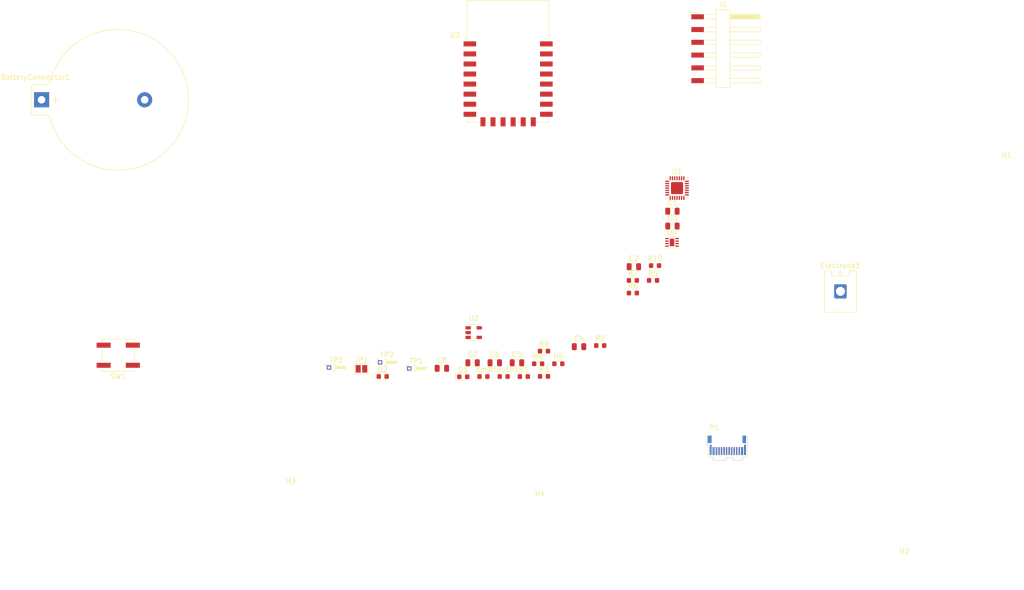
<source format=kicad_pcb>
(kicad_pcb (version 20171130) (host pcbnew 5.1.5-52549c5~86~ubuntu18.04.1)

  (general
    (thickness 1.6)
    (drawings 0)
    (tracks 0)
    (zones 0)
    (modules 39)
    (nets 72)
  )

  (page A4)
  (layers
    (0 F.Cu signal)
    (31 B.Cu signal)
    (32 B.Adhes user)
    (33 F.Adhes user)
    (34 B.Paste user)
    (35 F.Paste user)
    (36 B.SilkS user)
    (37 F.SilkS user)
    (38 B.Mask user)
    (39 F.Mask user)
    (40 Dwgs.User user)
    (41 Cmts.User user)
    (42 Eco1.User user)
    (43 Eco2.User user)
    (44 Edge.Cuts user)
    (45 Margin user)
    (46 B.CrtYd user)
    (47 F.CrtYd user)
    (48 B.Fab user hide)
    (49 F.Fab user hide)
  )

  (setup
    (last_trace_width 0.25)
    (trace_clearance 0.2)
    (zone_clearance 0.508)
    (zone_45_only no)
    (trace_min 0.2)
    (via_size 0.8)
    (via_drill 0.4)
    (via_min_size 0.4)
    (via_min_drill 0.3)
    (uvia_size 0.3)
    (uvia_drill 0.1)
    (uvias_allowed no)
    (uvia_min_size 0.2)
    (uvia_min_drill 0.1)
    (edge_width 0.05)
    (segment_width 0.2)
    (pcb_text_width 0.3)
    (pcb_text_size 1.5 1.5)
    (mod_edge_width 0.12)
    (mod_text_size 1 1)
    (mod_text_width 0.15)
    (pad_size 1.524 1.524)
    (pad_drill 0.762)
    (pad_to_mask_clearance 0.051)
    (solder_mask_min_width 0.25)
    (aux_axis_origin 0 0)
    (visible_elements FFFFFF7F)
    (pcbplotparams
      (layerselection 0x010fc_ffffffff)
      (usegerberextensions false)
      (usegerberattributes false)
      (usegerberadvancedattributes false)
      (creategerberjobfile false)
      (excludeedgelayer true)
      (linewidth 0.100000)
      (plotframeref false)
      (viasonmask false)
      (mode 1)
      (useauxorigin false)
      (hpglpennumber 1)
      (hpglpenspeed 20)
      (hpglpendiameter 15.000000)
      (psnegative false)
      (psa4output false)
      (plotreference true)
      (plotvalue true)
      (plotinvisibletext false)
      (padsonsilk false)
      (subtractmaskfromsilk false)
      (outputformat 1)
      (mirror false)
      (drillshape 1)
      (scaleselection 1)
      (outputdirectory ""))
  )

  (net 0 "")
  (net 1 GND)
  (net 2 VCC)
  (net 3 /5v)
  (net 4 +3V3)
  (net 5 "Net-(C6-Pad2)")
  (net 6 "Net-(C6-Pad1)")
  (net 7 "Net-(D1-Pad1)")
  (net 8 "Net-(D2-Pad2)")
  (net 9 "Net-(Electrode1-Pad1)")
  (net 10 "Net-(JP1-Pad1)")
  (net 11 "Net-(JP1-Pad2)")
  (net 12 "Net-(P1-PadS1)")
  (net 13 "Net-(P1-PadB5)")
  (net 14 "Net-(P1-PadA5)")
  (net 15 "Net-(R1-Pad1)")
  (net 16 "Net-(R5-Pad1)")
  (net 17 "Net-(R6-Pad1)")
  (net 18 "Net-(R10-Pad1)")
  (net 19 /Vtouch)
  (net 20 "Net-(Rtouch1-Pad1)")
  (net 21 /MC_TX)
  (net 22 /MC_RX)
  (net 23 "Net-(U1-Pad28)")
  (net 24 "Net-(U1-Pad24)")
  (net 25 "Net-(U1-Pad23)")
  (net 26 "Net-(U1-Pad22)")
  (net 27 "Net-(U1-Pad21)")
  (net 28 "Net-(U1-Pad20)")
  (net 29 "Net-(U1-Pad17)")
  (net 30 "Net-(U1-Pad16)")
  (net 31 "Net-(U1-Pad15)")
  (net 32 "Net-(U1-Pad14)")
  (net 33 "Net-(U1-Pad13)")
  (net 34 "Net-(U1-Pad12)")
  (net 35 "Net-(U1-Pad11)")
  (net 36 "Net-(U1-Pad10)")
  (net 37 "Net-(U1-Pad9)")
  (net 38 "Net-(U1-Pad8)")
  (net 39 "Net-(U1-Pad7)")
  (net 40 "Net-(U1-Pad6)")
  (net 41 "Net-(U1-Pad5)")
  (net 42 "Net-(U1-Pad2)")
  (net 43 "Net-(U1-Pad1)")
  (net 44 "Net-(U3-Pad22)")
  (net 45 "Net-(U3-Pad21)")
  (net 46 "Net-(U3-Pad20)")
  (net 47 "Net-(U3-Pad19)")
  (net 48 "Net-(U3-Pad18)")
  (net 49 "Net-(U3-Pad17)")
  (net 50 "Net-(U3-Pad14)")
  (net 51 "Net-(U3-Pad13)")
  (net 52 "Net-(U3-Pad11)")
  (net 53 "Net-(U3-Pad7)")
  (net 54 "Net-(U3-Pad6)")
  (net 55 "Net-(U3-Pad5)")
  (net 56 "Net-(U3-Pad4)")
  (net 57 "Net-(U3-Pad2)")
  (net 58 "Net-(U4-Pad3)")
  (net 59 "Net-(U4-Pad2)")
  (net 60 "Net-(C1-Pad1)")
  (net 61 /rst)
  (net 62 "Net-(C7-Pad1)")
  (net 63 "Net-(J1-Pad6)")
  (net 64 "Net-(J1-Pad5)")
  (net 65 "Net-(J1-Pad4)")
  (net 66 "Net-(J1-Pad3)")
  (net 67 "Net-(J1-Pad2)")
  (net 68 "Net-(J1-Pad1)")
  (net 69 "Net-(P1-PadA7)")
  (net 70 "Net-(P1-PadA6)")
  (net 71 "Net-(R9-Pad2)")

  (net_class Default "This is the default net class."
    (clearance 0.2)
    (trace_width 0.25)
    (via_dia 0.8)
    (via_drill 0.4)
    (uvia_dia 0.3)
    (uvia_drill 0.1)
    (add_net +3V3)
    (add_net /5v)
    (add_net /MC_RX)
    (add_net /MC_TX)
    (add_net /Vtouch)
    (add_net /rst)
    (add_net GND)
    (add_net "Net-(C1-Pad1)")
    (add_net "Net-(C6-Pad1)")
    (add_net "Net-(C6-Pad2)")
    (add_net "Net-(C7-Pad1)")
    (add_net "Net-(D1-Pad1)")
    (add_net "Net-(D2-Pad2)")
    (add_net "Net-(Electrode1-Pad1)")
    (add_net "Net-(J1-Pad1)")
    (add_net "Net-(J1-Pad2)")
    (add_net "Net-(J1-Pad3)")
    (add_net "Net-(J1-Pad4)")
    (add_net "Net-(J1-Pad5)")
    (add_net "Net-(J1-Pad6)")
    (add_net "Net-(JP1-Pad1)")
    (add_net "Net-(JP1-Pad2)")
    (add_net "Net-(P1-PadA5)")
    (add_net "Net-(P1-PadA6)")
    (add_net "Net-(P1-PadA7)")
    (add_net "Net-(P1-PadB5)")
    (add_net "Net-(P1-PadS1)")
    (add_net "Net-(R1-Pad1)")
    (add_net "Net-(R10-Pad1)")
    (add_net "Net-(R5-Pad1)")
    (add_net "Net-(R6-Pad1)")
    (add_net "Net-(R9-Pad2)")
    (add_net "Net-(Rtouch1-Pad1)")
    (add_net "Net-(U1-Pad1)")
    (add_net "Net-(U1-Pad10)")
    (add_net "Net-(U1-Pad11)")
    (add_net "Net-(U1-Pad12)")
    (add_net "Net-(U1-Pad13)")
    (add_net "Net-(U1-Pad14)")
    (add_net "Net-(U1-Pad15)")
    (add_net "Net-(U1-Pad16)")
    (add_net "Net-(U1-Pad17)")
    (add_net "Net-(U1-Pad2)")
    (add_net "Net-(U1-Pad20)")
    (add_net "Net-(U1-Pad21)")
    (add_net "Net-(U1-Pad22)")
    (add_net "Net-(U1-Pad23)")
    (add_net "Net-(U1-Pad24)")
    (add_net "Net-(U1-Pad28)")
    (add_net "Net-(U1-Pad5)")
    (add_net "Net-(U1-Pad6)")
    (add_net "Net-(U1-Pad7)")
    (add_net "Net-(U1-Pad8)")
    (add_net "Net-(U1-Pad9)")
    (add_net "Net-(U3-Pad11)")
    (add_net "Net-(U3-Pad13)")
    (add_net "Net-(U3-Pad14)")
    (add_net "Net-(U3-Pad17)")
    (add_net "Net-(U3-Pad18)")
    (add_net "Net-(U3-Pad19)")
    (add_net "Net-(U3-Pad2)")
    (add_net "Net-(U3-Pad20)")
    (add_net "Net-(U3-Pad21)")
    (add_net "Net-(U3-Pad22)")
    (add_net "Net-(U3-Pad4)")
    (add_net "Net-(U3-Pad5)")
    (add_net "Net-(U3-Pad6)")
    (add_net "Net-(U3-Pad7)")
    (add_net "Net-(U4-Pad2)")
    (add_net "Net-(U4-Pad3)")
    (add_net VCC)
  )

  (module Package_DFN_QFN:DFN-8-1EP_2x2mm_P0.5mm_EP0.9x1.5mm (layer F.Cu) (tedit 5DC5F54E) (tstamp 5EA3443D)
    (at 174.81 66.457839)
    (descr "DFN, 8 Pin (http://ww1.microchip.com/downloads/en/DeviceDoc/Atmel-8127-AVR-8-bit-Microcontroller-ATtiny4-ATtiny5-ATtiny9-ATtiny10_Datasheet.pdf), generated with kicad-footprint-generator ipc_noLead_generator.py")
    (tags "DFN NoLead")
    (path /5E99D822)
    (attr smd)
    (fp_text reference U4 (at 0 -1.95) (layer F.SilkS)
      (effects (font (size 1 1) (thickness 0.15)))
    )
    (fp_text value AT42QT1010-M (at 0 1.95) (layer F.Fab)
      (effects (font (size 1 1) (thickness 0.15)))
    )
    (fp_text user %R (at 0 0) (layer F.Fab)
      (effects (font (size 0.5 0.5) (thickness 0.08)))
    )
    (fp_line (start 1.6 -1.25) (end -1.6 -1.25) (layer F.CrtYd) (width 0.05))
    (fp_line (start 1.6 1.25) (end 1.6 -1.25) (layer F.CrtYd) (width 0.05))
    (fp_line (start -1.6 1.25) (end 1.6 1.25) (layer F.CrtYd) (width 0.05))
    (fp_line (start -1.6 -1.25) (end -1.6 1.25) (layer F.CrtYd) (width 0.05))
    (fp_line (start -1 -0.5) (end -0.5 -1) (layer F.Fab) (width 0.1))
    (fp_line (start -1 1) (end -1 -0.5) (layer F.Fab) (width 0.1))
    (fp_line (start 1 1) (end -1 1) (layer F.Fab) (width 0.1))
    (fp_line (start 1 -1) (end 1 1) (layer F.Fab) (width 0.1))
    (fp_line (start -0.5 -1) (end 1 -1) (layer F.Fab) (width 0.1))
    (fp_line (start -1 1.11) (end 1 1.11) (layer F.SilkS) (width 0.12))
    (fp_line (start 0 -1.11) (end 1 -1.11) (layer F.SilkS) (width 0.12))
    (pad "" smd roundrect (at 0.225 0.375) (size 0.36 0.6) (layers F.Paste) (roundrect_rratio 0.25))
    (pad "" smd roundrect (at 0.225 -0.375) (size 0.36 0.6) (layers F.Paste) (roundrect_rratio 0.25))
    (pad "" smd roundrect (at -0.225 0.375) (size 0.36 0.6) (layers F.Paste) (roundrect_rratio 0.25))
    (pad "" smd roundrect (at -0.225 -0.375) (size 0.36 0.6) (layers F.Paste) (roundrect_rratio 0.25))
    (pad 9 smd rect (at 0 0) (size 0.9 1.5) (layers F.Cu F.Mask)
      (net 1 GND))
    (pad 8 smd roundrect (at 1 -0.75) (size 0.7 0.25) (layers F.Cu F.Paste F.Mask) (roundrect_rratio 0.25)
      (net 5 "Net-(C6-Pad2)"))
    (pad 7 smd roundrect (at 1 -0.25) (size 0.7 0.25) (layers F.Cu F.Paste F.Mask) (roundrect_rratio 0.25)
      (net 4 +3V3))
    (pad 6 smd roundrect (at 1 0.25) (size 0.7 0.25) (layers F.Cu F.Paste F.Mask) (roundrect_rratio 0.25)
      (net 1 GND))
    (pad 5 smd roundrect (at 1 0.75) (size 0.7 0.25) (layers F.Cu F.Paste F.Mask) (roundrect_rratio 0.25)
      (net 20 "Net-(Rtouch1-Pad1)"))
    (pad 4 smd roundrect (at -1 0.75) (size 0.7 0.25) (layers F.Cu F.Paste F.Mask) (roundrect_rratio 0.25)
      (net 1 GND))
    (pad 3 smd roundrect (at -1 0.25) (size 0.7 0.25) (layers F.Cu F.Paste F.Mask) (roundrect_rratio 0.25)
      (net 58 "Net-(U4-Pad3)"))
    (pad 2 smd roundrect (at -1 -0.25) (size 0.7 0.25) (layers F.Cu F.Paste F.Mask) (roundrect_rratio 0.25)
      (net 59 "Net-(U4-Pad2)"))
    (pad 1 smd roundrect (at -1 -0.75) (size 0.7 0.25) (layers F.Cu F.Paste F.Mask) (roundrect_rratio 0.25)
      (net 6 "Net-(C6-Pad1)"))
    (model ${KISYS3DMOD}/Package_DFN_QFN.3dshapes/DFN-8-1EP_2x2mm_P0.5mm_EP0.9x1.5mm.wrl
      (at (xyz 0 0 0))
      (scale (xyz 1 1 1))
      (rotate (xyz 0 0 0))
    )
  )

  (module RF_Module:ESP-12E (layer F.Cu) (tedit 5A030172) (tstamp 5EA34420)
    (at 142.24 30.48)
    (descr "Wi-Fi Module, http://wiki.ai-thinker.com/_media/esp8266/docs/aithinker_esp_12f_datasheet_en.pdf")
    (tags "Wi-Fi Module")
    (path /5E9B16CF)
    (attr smd)
    (fp_text reference U3 (at -10.56 -5.26) (layer F.SilkS)
      (effects (font (size 1 1) (thickness 0.15)))
    )
    (fp_text value ESP-12E (at -0.06 -12.78) (layer F.Fab)
      (effects (font (size 1 1) (thickness 0.15)))
    )
    (fp_line (start 5.56 -4.8) (end 8.12 -7.36) (layer Dwgs.User) (width 0.12))
    (fp_line (start 2.56 -4.8) (end 8.12 -10.36) (layer Dwgs.User) (width 0.12))
    (fp_line (start -0.44 -4.8) (end 6.88 -12.12) (layer Dwgs.User) (width 0.12))
    (fp_line (start -3.44 -4.8) (end 3.88 -12.12) (layer Dwgs.User) (width 0.12))
    (fp_line (start -6.44 -4.8) (end 0.88 -12.12) (layer Dwgs.User) (width 0.12))
    (fp_line (start -8.12 -6.12) (end -2.12 -12.12) (layer Dwgs.User) (width 0.12))
    (fp_line (start -8.12 -9.12) (end -5.12 -12.12) (layer Dwgs.User) (width 0.12))
    (fp_line (start -8.12 -4.8) (end -8.12 -12.12) (layer Dwgs.User) (width 0.12))
    (fp_line (start 8.12 -4.8) (end -8.12 -4.8) (layer Dwgs.User) (width 0.12))
    (fp_line (start 8.12 -12.12) (end 8.12 -4.8) (layer Dwgs.User) (width 0.12))
    (fp_line (start -8.12 -12.12) (end 8.12 -12.12) (layer Dwgs.User) (width 0.12))
    (fp_line (start -8.12 -4.5) (end -8.73 -4.5) (layer F.SilkS) (width 0.12))
    (fp_line (start -8.12 -4.5) (end -8.12 -12.12) (layer F.SilkS) (width 0.12))
    (fp_line (start -8.12 12.12) (end -8.12 11.5) (layer F.SilkS) (width 0.12))
    (fp_line (start -6 12.12) (end -8.12 12.12) (layer F.SilkS) (width 0.12))
    (fp_line (start 8.12 12.12) (end 6 12.12) (layer F.SilkS) (width 0.12))
    (fp_line (start 8.12 11.5) (end 8.12 12.12) (layer F.SilkS) (width 0.12))
    (fp_line (start 8.12 -12.12) (end 8.12 -4.5) (layer F.SilkS) (width 0.12))
    (fp_line (start -8.12 -12.12) (end 8.12 -12.12) (layer F.SilkS) (width 0.12))
    (fp_line (start -9.05 13.1) (end -9.05 -12.2) (layer F.CrtYd) (width 0.05))
    (fp_line (start 9.05 13.1) (end -9.05 13.1) (layer F.CrtYd) (width 0.05))
    (fp_line (start 9.05 -12.2) (end 9.05 13.1) (layer F.CrtYd) (width 0.05))
    (fp_line (start -9.05 -12.2) (end 9.05 -12.2) (layer F.CrtYd) (width 0.05))
    (fp_line (start -8 -4) (end -8 -12) (layer F.Fab) (width 0.12))
    (fp_line (start -7.5 -3.5) (end -8 -4) (layer F.Fab) (width 0.12))
    (fp_line (start -8 -3) (end -7.5 -3.5) (layer F.Fab) (width 0.12))
    (fp_line (start -8 12) (end -8 -3) (layer F.Fab) (width 0.12))
    (fp_line (start 8 12) (end -8 12) (layer F.Fab) (width 0.12))
    (fp_line (start 8 -12) (end 8 12) (layer F.Fab) (width 0.12))
    (fp_line (start -8 -12) (end 8 -12) (layer F.Fab) (width 0.12))
    (fp_text user %R (at 0.49 -0.8) (layer F.Fab)
      (effects (font (size 1 1) (thickness 0.15)))
    )
    (fp_text user "KEEP-OUT ZONE" (at 0.03 -9.55 180) (layer Cmts.User)
      (effects (font (size 1 1) (thickness 0.15)))
    )
    (fp_text user Antenna (at -0.06 -7 180) (layer Cmts.User)
      (effects (font (size 1 1) (thickness 0.15)))
    )
    (pad 22 smd rect (at 7.6 -3.5) (size 2.5 1) (layers F.Cu F.Paste F.Mask)
      (net 44 "Net-(U3-Pad22)"))
    (pad 21 smd rect (at 7.6 -1.5) (size 2.5 1) (layers F.Cu F.Paste F.Mask)
      (net 45 "Net-(U3-Pad21)"))
    (pad 20 smd rect (at 7.6 0.5) (size 2.5 1) (layers F.Cu F.Paste F.Mask)
      (net 46 "Net-(U3-Pad20)"))
    (pad 19 smd rect (at 7.6 2.5) (size 2.5 1) (layers F.Cu F.Paste F.Mask)
      (net 47 "Net-(U3-Pad19)"))
    (pad 18 smd rect (at 7.6 4.5) (size 2.5 1) (layers F.Cu F.Paste F.Mask)
      (net 48 "Net-(U3-Pad18)"))
    (pad 17 smd rect (at 7.6 6.5) (size 2.5 1) (layers F.Cu F.Paste F.Mask)
      (net 49 "Net-(U3-Pad17)"))
    (pad 16 smd rect (at 7.6 8.5) (size 2.5 1) (layers F.Cu F.Paste F.Mask)
      (net 22 /MC_RX))
    (pad 15 smd rect (at 7.6 10.5) (size 2.5 1) (layers F.Cu F.Paste F.Mask)
      (net 21 /MC_TX))
    (pad 14 smd rect (at 5 12) (size 1 1.8) (layers F.Cu F.Paste F.Mask)
      (net 50 "Net-(U3-Pad14)"))
    (pad 13 smd rect (at 3 12) (size 1 1.8) (layers F.Cu F.Paste F.Mask)
      (net 51 "Net-(U3-Pad13)"))
    (pad 12 smd rect (at 1 12) (size 1 1.8) (layers F.Cu F.Paste F.Mask)
      (net 71 "Net-(R9-Pad2)"))
    (pad 11 smd rect (at -1 12) (size 1 1.8) (layers F.Cu F.Paste F.Mask)
      (net 52 "Net-(U3-Pad11)"))
    (pad 10 smd rect (at -3 12) (size 1 1.8) (layers F.Cu F.Paste F.Mask)
      (net 18 "Net-(R10-Pad1)"))
    (pad 9 smd rect (at -5 12) (size 1 1.8) (layers F.Cu F.Paste F.Mask)
      (net 1 GND))
    (pad 8 smd rect (at -7.6 10.5) (size 2.5 1) (layers F.Cu F.Paste F.Mask)
      (net 2 VCC))
    (pad 7 smd rect (at -7.6 8.5) (size 2.5 1) (layers F.Cu F.Paste F.Mask)
      (net 53 "Net-(U3-Pad7)"))
    (pad 6 smd rect (at -7.6 6.5) (size 2.5 1) (layers F.Cu F.Paste F.Mask)
      (net 54 "Net-(U3-Pad6)"))
    (pad 5 smd rect (at -7.6 4.5) (size 2.5 1) (layers F.Cu F.Paste F.Mask)
      (net 55 "Net-(U3-Pad5)"))
    (pad 4 smd rect (at -7.6 2.5) (size 2.5 1) (layers F.Cu F.Paste F.Mask)
      (net 56 "Net-(U3-Pad4)"))
    (pad 3 smd rect (at -7.6 0.5) (size 2.5 1) (layers F.Cu F.Paste F.Mask)
      (net 17 "Net-(R6-Pad1)"))
    (pad 2 smd rect (at -7.6 -1.5) (size 2.5 1) (layers F.Cu F.Paste F.Mask)
      (net 57 "Net-(U3-Pad2)"))
    (pad 1 smd rect (at -7.6 -3.5) (size 2.5 1) (layers F.Cu F.Paste F.Mask)
      (net 16 "Net-(R5-Pad1)"))
    (model ${KISYS3DMOD}/RF_Module.3dshapes/ESP-12E.wrl
      (at (xyz 0 0 0))
      (scale (xyz 1 1 1))
      (rotate (xyz 0 0 0))
    )
  )

  (module Package_TO_SOT_SMD:SOT-23-5 (layer F.Cu) (tedit 5A02FF57) (tstamp 5EA343E5)
    (at 135.4 84.407839)
    (descr "5-pin SOT23 package")
    (tags SOT-23-5)
    (path /5E9AD979)
    (attr smd)
    (fp_text reference U2 (at 0 -2.9) (layer F.SilkS)
      (effects (font (size 1 1) (thickness 0.15)))
    )
    (fp_text value MCP73831-2-OT (at 0 2.9) (layer F.Fab)
      (effects (font (size 1 1) (thickness 0.15)))
    )
    (fp_line (start 0.9 -1.55) (end 0.9 1.55) (layer F.Fab) (width 0.1))
    (fp_line (start 0.9 1.55) (end -0.9 1.55) (layer F.Fab) (width 0.1))
    (fp_line (start -0.9 -0.9) (end -0.9 1.55) (layer F.Fab) (width 0.1))
    (fp_line (start 0.9 -1.55) (end -0.25 -1.55) (layer F.Fab) (width 0.1))
    (fp_line (start -0.9 -0.9) (end -0.25 -1.55) (layer F.Fab) (width 0.1))
    (fp_line (start -1.9 1.8) (end -1.9 -1.8) (layer F.CrtYd) (width 0.05))
    (fp_line (start 1.9 1.8) (end -1.9 1.8) (layer F.CrtYd) (width 0.05))
    (fp_line (start 1.9 -1.8) (end 1.9 1.8) (layer F.CrtYd) (width 0.05))
    (fp_line (start -1.9 -1.8) (end 1.9 -1.8) (layer F.CrtYd) (width 0.05))
    (fp_line (start 0.9 -1.61) (end -1.55 -1.61) (layer F.SilkS) (width 0.12))
    (fp_line (start -0.9 1.61) (end 0.9 1.61) (layer F.SilkS) (width 0.12))
    (fp_text user %R (at 0 0 90) (layer F.Fab)
      (effects (font (size 0.5 0.5) (thickness 0.075)))
    )
    (pad 5 smd rect (at 1.1 -0.95) (size 1.06 0.65) (layers F.Cu F.Paste F.Mask)
      (net 10 "Net-(JP1-Pad1)"))
    (pad 4 smd rect (at 1.1 0.95) (size 1.06 0.65) (layers F.Cu F.Paste F.Mask)
      (net 60 "Net-(C1-Pad1)"))
    (pad 3 smd rect (at -1.1 0.95) (size 1.06 0.65) (layers F.Cu F.Paste F.Mask)
      (net 2 VCC))
    (pad 2 smd rect (at -1.1 0) (size 1.06 0.65) (layers F.Cu F.Paste F.Mask)
      (net 1 GND))
    (pad 1 smd rect (at -1.1 -0.95) (size 1.06 0.65) (layers F.Cu F.Paste F.Mask)
      (net 15 "Net-(R1-Pad1)"))
    (model ${KISYS3DMOD}/Package_TO_SOT_SMD.3dshapes/SOT-23-5.wrl
      (at (xyz 0 0 0))
      (scale (xyz 1 1 1))
      (rotate (xyz 0 0 0))
    )
  )

  (module Package_DFN_QFN:QFN-28-1EP_4x4mm_P0.45mm_EP2.4x2.4mm (layer F.Cu) (tedit 5C1FD453) (tstamp 5EA343D0)
    (at 175.81 55.657839)
    (descr "QFN, 28 Pin (http://ww1.microchip.com/downloads/en/DeviceDoc/8008S.pdf#page=16), generated with kicad-footprint-generator ipc_dfn_qfn_generator.py")
    (tags "QFN DFN_QFN")
    (path /5E99C44F)
    (attr smd)
    (fp_text reference U1 (at 0 -3.3) (layer F.SilkS)
      (effects (font (size 1 1) (thickness 0.15)))
    )
    (fp_text value ATmega328P-MMH (at 0 3.3) (layer F.Fab)
      (effects (font (size 1 1) (thickness 0.15)))
    )
    (fp_text user %R (at 0 0) (layer F.Fab)
      (effects (font (size 1 1) (thickness 0.15)))
    )
    (fp_line (start 2.6 -2.6) (end -2.6 -2.6) (layer F.CrtYd) (width 0.05))
    (fp_line (start 2.6 2.6) (end 2.6 -2.6) (layer F.CrtYd) (width 0.05))
    (fp_line (start -2.6 2.6) (end 2.6 2.6) (layer F.CrtYd) (width 0.05))
    (fp_line (start -2.6 -2.6) (end -2.6 2.6) (layer F.CrtYd) (width 0.05))
    (fp_line (start -2 -1) (end -1 -2) (layer F.Fab) (width 0.1))
    (fp_line (start -2 2) (end -2 -1) (layer F.Fab) (width 0.1))
    (fp_line (start 2 2) (end -2 2) (layer F.Fab) (width 0.1))
    (fp_line (start 2 -2) (end 2 2) (layer F.Fab) (width 0.1))
    (fp_line (start -1 -2) (end 2 -2) (layer F.Fab) (width 0.1))
    (fp_line (start -1.735 -2.11) (end -2.11 -2.11) (layer F.SilkS) (width 0.12))
    (fp_line (start 2.11 2.11) (end 2.11 1.735) (layer F.SilkS) (width 0.12))
    (fp_line (start 1.735 2.11) (end 2.11 2.11) (layer F.SilkS) (width 0.12))
    (fp_line (start -2.11 2.11) (end -2.11 1.735) (layer F.SilkS) (width 0.12))
    (fp_line (start -1.735 2.11) (end -2.11 2.11) (layer F.SilkS) (width 0.12))
    (fp_line (start 2.11 -2.11) (end 2.11 -1.735) (layer F.SilkS) (width 0.12))
    (fp_line (start 1.735 -2.11) (end 2.11 -2.11) (layer F.SilkS) (width 0.12))
    (pad 28 smd custom (at -1.35 -1.95) (size 0.179289 0.179289) (layers F.Cu F.Paste F.Mask)
      (net 23 "Net-(U1-Pad28)")
      (options (clearance outline) (anchor circle))
      (primitives
        (gr_poly (pts
           (xy -0.0625 -0.3375) (xy 0.0625 -0.3375) (xy 0.0625 0.3375) (xy 0.000888 0.3375) (xy -0.0625 0.274112)
) (width 0.125))
      ))
    (pad 27 smd roundrect (at -0.9 -1.95) (size 0.25 0.8) (layers F.Cu F.Paste F.Mask) (roundrect_rratio 0.25)
      (net 21 /MC_TX))
    (pad 26 smd roundrect (at -0.45 -1.95) (size 0.25 0.8) (layers F.Cu F.Paste F.Mask) (roundrect_rratio 0.25)
      (net 22 /MC_RX))
    (pad 25 smd roundrect (at 0 -1.95) (size 0.25 0.8) (layers F.Cu F.Paste F.Mask) (roundrect_rratio 0.25)
      (net 62 "Net-(C7-Pad1)"))
    (pad 24 smd roundrect (at 0.45 -1.95) (size 0.25 0.8) (layers F.Cu F.Paste F.Mask) (roundrect_rratio 0.25)
      (net 24 "Net-(U1-Pad24)"))
    (pad 23 smd roundrect (at 0.9 -1.95) (size 0.25 0.8) (layers F.Cu F.Paste F.Mask) (roundrect_rratio 0.25)
      (net 25 "Net-(U1-Pad23)"))
    (pad 22 smd custom (at 1.35 -1.95) (size 0.179289 0.179289) (layers F.Cu F.Paste F.Mask)
      (net 26 "Net-(U1-Pad22)")
      (options (clearance outline) (anchor circle))
      (primitives
        (gr_poly (pts
           (xy -0.0625 -0.3375) (xy 0.0625 -0.3375) (xy 0.0625 0.274112) (xy -0.000888 0.3375) (xy -0.0625 0.3375)
) (width 0.125))
      ))
    (pad 21 smd custom (at 1.95 -1.35) (size 0.179289 0.179289) (layers F.Cu F.Paste F.Mask)
      (net 27 "Net-(U1-Pad21)")
      (options (clearance outline) (anchor circle))
      (primitives
        (gr_poly (pts
           (xy -0.3375 0.000888) (xy -0.274112 -0.0625) (xy 0.3375 -0.0625) (xy 0.3375 0.0625) (xy -0.3375 0.0625)
) (width 0.125))
      ))
    (pad 20 smd roundrect (at 1.95 -0.9) (size 0.8 0.25) (layers F.Cu F.Paste F.Mask) (roundrect_rratio 0.25)
      (net 28 "Net-(U1-Pad20)"))
    (pad 19 smd roundrect (at 1.95 -0.45) (size 0.8 0.25) (layers F.Cu F.Paste F.Mask) (roundrect_rratio 0.25)
      (net 19 /Vtouch))
    (pad 18 smd roundrect (at 1.95 0) (size 0.8 0.25) (layers F.Cu F.Paste F.Mask) (roundrect_rratio 0.25)
      (net 1 GND))
    (pad 17 smd roundrect (at 1.95 0.45) (size 0.8 0.25) (layers F.Cu F.Paste F.Mask) (roundrect_rratio 0.25)
      (net 29 "Net-(U1-Pad17)"))
    (pad 16 smd roundrect (at 1.95 0.9) (size 0.8 0.25) (layers F.Cu F.Paste F.Mask) (roundrect_rratio 0.25)
      (net 30 "Net-(U1-Pad16)"))
    (pad 15 smd custom (at 1.95 1.35) (size 0.179289 0.179289) (layers F.Cu F.Paste F.Mask)
      (net 31 "Net-(U1-Pad15)")
      (options (clearance outline) (anchor circle))
      (primitives
        (gr_poly (pts
           (xy -0.3375 -0.0625) (xy 0.3375 -0.0625) (xy 0.3375 0.0625) (xy -0.274112 0.0625) (xy -0.3375 -0.000888)
) (width 0.125))
      ))
    (pad 14 smd custom (at 1.35 1.95) (size 0.179289 0.179289) (layers F.Cu F.Paste F.Mask)
      (net 32 "Net-(U1-Pad14)")
      (options (clearance outline) (anchor circle))
      (primitives
        (gr_poly (pts
           (xy -0.0625 -0.3375) (xy -0.000888 -0.3375) (xy 0.0625 -0.274112) (xy 0.0625 0.3375) (xy -0.0625 0.3375)
) (width 0.125))
      ))
    (pad 13 smd roundrect (at 0.9 1.95) (size 0.25 0.8) (layers F.Cu F.Paste F.Mask) (roundrect_rratio 0.25)
      (net 33 "Net-(U1-Pad13)"))
    (pad 12 smd roundrect (at 0.45 1.95) (size 0.25 0.8) (layers F.Cu F.Paste F.Mask) (roundrect_rratio 0.25)
      (net 34 "Net-(U1-Pad12)"))
    (pad 11 smd roundrect (at 0 1.95) (size 0.25 0.8) (layers F.Cu F.Paste F.Mask) (roundrect_rratio 0.25)
      (net 35 "Net-(U1-Pad11)"))
    (pad 10 smd roundrect (at -0.45 1.95) (size 0.25 0.8) (layers F.Cu F.Paste F.Mask) (roundrect_rratio 0.25)
      (net 36 "Net-(U1-Pad10)"))
    (pad 9 smd roundrect (at -0.9 1.95) (size 0.25 0.8) (layers F.Cu F.Paste F.Mask) (roundrect_rratio 0.25)
      (net 37 "Net-(U1-Pad9)"))
    (pad 8 smd custom (at -1.35 1.95) (size 0.179289 0.179289) (layers F.Cu F.Paste F.Mask)
      (net 38 "Net-(U1-Pad8)")
      (options (clearance outline) (anchor circle))
      (primitives
        (gr_poly (pts
           (xy -0.0625 -0.274112) (xy 0.000888 -0.3375) (xy 0.0625 -0.3375) (xy 0.0625 0.3375) (xy -0.0625 0.3375)
) (width 0.125))
      ))
    (pad 7 smd custom (at -1.95 1.35) (size 0.179289 0.179289) (layers F.Cu F.Paste F.Mask)
      (net 39 "Net-(U1-Pad7)")
      (options (clearance outline) (anchor circle))
      (primitives
        (gr_poly (pts
           (xy -0.3375 -0.0625) (xy 0.3375 -0.0625) (xy 0.3375 -0.000888) (xy 0.274112 0.0625) (xy -0.3375 0.0625)
) (width 0.125))
      ))
    (pad 6 smd roundrect (at -1.95 0.9) (size 0.8 0.25) (layers F.Cu F.Paste F.Mask) (roundrect_rratio 0.25)
      (net 40 "Net-(U1-Pad6)"))
    (pad 5 smd roundrect (at -1.95 0.45) (size 0.8 0.25) (layers F.Cu F.Paste F.Mask) (roundrect_rratio 0.25)
      (net 41 "Net-(U1-Pad5)"))
    (pad 4 smd roundrect (at -1.95 0) (size 0.8 0.25) (layers F.Cu F.Paste F.Mask) (roundrect_rratio 0.25)
      (net 1 GND))
    (pad 3 smd roundrect (at -1.95 -0.45) (size 0.8 0.25) (layers F.Cu F.Paste F.Mask) (roundrect_rratio 0.25)
      (net 2 VCC))
    (pad 2 smd roundrect (at -1.95 -0.9) (size 0.8 0.25) (layers F.Cu F.Paste F.Mask) (roundrect_rratio 0.25)
      (net 42 "Net-(U1-Pad2)"))
    (pad 1 smd custom (at -1.95 -1.35) (size 0.179289 0.179289) (layers F.Cu F.Paste F.Mask)
      (net 43 "Net-(U1-Pad1)")
      (options (clearance outline) (anchor circle))
      (primitives
        (gr_poly (pts
           (xy -0.3375 -0.0625) (xy 0.274112 -0.0625) (xy 0.3375 0.000888) (xy 0.3375 0.0625) (xy -0.3375 0.0625)
) (width 0.125))
      ))
    (pad "" smd roundrect (at 0.6 0.6) (size 0.97 0.97) (layers F.Paste) (roundrect_rratio 0.25))
    (pad "" smd roundrect (at 0.6 -0.6) (size 0.97 0.97) (layers F.Paste) (roundrect_rratio 0.25))
    (pad "" smd roundrect (at -0.6 0.6) (size 0.97 0.97) (layers F.Paste) (roundrect_rratio 0.25))
    (pad "" smd roundrect (at -0.6 -0.6) (size 0.97 0.97) (layers F.Paste) (roundrect_rratio 0.25))
    (pad 29 smd roundrect (at 0 0) (size 2.4 2.4) (layers F.Cu F.Mask) (roundrect_rratio 0.104167)
      (net 1 GND))
    (model ${KISYS3DMOD}/Package_DFN_QFN.3dshapes/QFN-28-1EP_4x4mm_P0.45mm_EP2.4x2.4mm.wrl
      (at (xyz 0 0 0))
      (scale (xyz 1 1 1))
      (rotate (xyz 0 0 0))
    )
  )

  (module Connector_PinHeader_1.00mm:PinHeader_1x01_P1.00mm_Horizontal (layer F.Cu) (tedit 59FED737) (tstamp 5EA3439A)
    (at 106.65 91.357839)
    (descr "Through hole angled pin header, 1x01, 1.00mm pitch, 2.0mm pin length, single row")
    (tags "Through hole angled pin header THT 1x01 1.00mm single row")
    (path /5E9C5CC7)
    (fp_text reference TP3 (at 1.375 -1.5) (layer F.SilkS)
      (effects (font (size 1 1) (thickness 0.15)))
    )
    (fp_text value TestPoint (at 1.375 1.5) (layer F.Fab)
      (effects (font (size 1 1) (thickness 0.15)))
    )
    (fp_text user %R (at 0.75 0 90) (layer F.Fab)
      (effects (font (size 0.6 0.6) (thickness 0.09)))
    )
    (fp_line (start 3.75 -1) (end -1 -1) (layer F.CrtYd) (width 0.05))
    (fp_line (start 3.75 1) (end 3.75 -1) (layer F.CrtYd) (width 0.05))
    (fp_line (start -1 1) (end 3.75 1) (layer F.CrtYd) (width 0.05))
    (fp_line (start -1 -1) (end -1 1) (layer F.CrtYd) (width 0.05))
    (fp_line (start -0.685 -0.685) (end 0 -0.685) (layer F.SilkS) (width 0.12))
    (fp_line (start -0.685 0) (end -0.685 -0.685) (layer F.SilkS) (width 0.12))
    (fp_line (start 1.31 0.09) (end 3.31 0.09) (layer F.SilkS) (width 0.12))
    (fp_line (start 1.31 -0.03) (end 3.31 -0.03) (layer F.SilkS) (width 0.12))
    (fp_line (start 1.31 -0.15) (end 3.31 -0.15) (layer F.SilkS) (width 0.12))
    (fp_line (start 3.31 0.21) (end 1.31 0.21) (layer F.SilkS) (width 0.12))
    (fp_line (start 3.31 -0.21) (end 3.31 0.21) (layer F.SilkS) (width 0.12))
    (fp_line (start 1.31 -0.21) (end 3.31 -0.21) (layer F.SilkS) (width 0.12))
    (fp_line (start 1.31 0.56) (end 0.685 0.56) (layer F.SilkS) (width 0.12))
    (fp_line (start 1.31 -0.56) (end 1.31 0.56) (layer F.SilkS) (width 0.12))
    (fp_line (start 0.685 -0.56) (end 1.31 -0.56) (layer F.SilkS) (width 0.12))
    (fp_line (start 1.25 0.15) (end 3.25 0.15) (layer F.Fab) (width 0.1))
    (fp_line (start 3.25 -0.15) (end 3.25 0.15) (layer F.Fab) (width 0.1))
    (fp_line (start 1.25 -0.15) (end 3.25 -0.15) (layer F.Fab) (width 0.1))
    (fp_line (start -0.15 0.15) (end 0.25 0.15) (layer F.Fab) (width 0.1))
    (fp_line (start -0.15 -0.15) (end -0.15 0.15) (layer F.Fab) (width 0.1))
    (fp_line (start -0.15 -0.15) (end 0.25 -0.15) (layer F.Fab) (width 0.1))
    (fp_line (start 0.25 -0.25) (end 0.5 -0.5) (layer F.Fab) (width 0.1))
    (fp_line (start 0.25 0.5) (end 0.25 -0.25) (layer F.Fab) (width 0.1))
    (fp_line (start 1.25 0.5) (end 0.25 0.5) (layer F.Fab) (width 0.1))
    (fp_line (start 1.25 -0.5) (end 1.25 0.5) (layer F.Fab) (width 0.1))
    (fp_line (start 0.5 -0.5) (end 1.25 -0.5) (layer F.Fab) (width 0.1))
    (pad 1 thru_hole rect (at 0 0) (size 0.85 0.85) (drill 0.5) (layers *.Cu *.Mask)
      (net 19 /Vtouch))
    (model ${KISYS3DMOD}/Connector_PinHeader_1.00mm.3dshapes/PinHeader_1x01_P1.00mm_Horizontal.wrl
      (at (xyz 0 0 0))
      (scale (xyz 1 1 1))
      (rotate (xyz 0 0 0))
    )
  )

  (module Connector_PinHeader_1.00mm:PinHeader_1x01_P1.00mm_Horizontal (layer F.Cu) (tedit 59FED737) (tstamp 5EA3437A)
    (at 116.8 90.307839)
    (descr "Through hole angled pin header, 1x01, 1.00mm pitch, 2.0mm pin length, single row")
    (tags "Through hole angled pin header THT 1x01 1.00mm single row")
    (path /5E9B5FE1)
    (fp_text reference TP2 (at 1.375 -1.5) (layer F.SilkS)
      (effects (font (size 1 1) (thickness 0.15)))
    )
    (fp_text value TestPoint (at 1.375 1.5) (layer F.Fab)
      (effects (font (size 1 1) (thickness 0.15)))
    )
    (fp_text user %R (at 0.75 0 90) (layer F.Fab)
      (effects (font (size 0.6 0.6) (thickness 0.09)))
    )
    (fp_line (start 3.75 -1) (end -1 -1) (layer F.CrtYd) (width 0.05))
    (fp_line (start 3.75 1) (end 3.75 -1) (layer F.CrtYd) (width 0.05))
    (fp_line (start -1 1) (end 3.75 1) (layer F.CrtYd) (width 0.05))
    (fp_line (start -1 -1) (end -1 1) (layer F.CrtYd) (width 0.05))
    (fp_line (start -0.685 -0.685) (end 0 -0.685) (layer F.SilkS) (width 0.12))
    (fp_line (start -0.685 0) (end -0.685 -0.685) (layer F.SilkS) (width 0.12))
    (fp_line (start 1.31 0.09) (end 3.31 0.09) (layer F.SilkS) (width 0.12))
    (fp_line (start 1.31 -0.03) (end 3.31 -0.03) (layer F.SilkS) (width 0.12))
    (fp_line (start 1.31 -0.15) (end 3.31 -0.15) (layer F.SilkS) (width 0.12))
    (fp_line (start 3.31 0.21) (end 1.31 0.21) (layer F.SilkS) (width 0.12))
    (fp_line (start 3.31 -0.21) (end 3.31 0.21) (layer F.SilkS) (width 0.12))
    (fp_line (start 1.31 -0.21) (end 3.31 -0.21) (layer F.SilkS) (width 0.12))
    (fp_line (start 1.31 0.56) (end 0.685 0.56) (layer F.SilkS) (width 0.12))
    (fp_line (start 1.31 -0.56) (end 1.31 0.56) (layer F.SilkS) (width 0.12))
    (fp_line (start 0.685 -0.56) (end 1.31 -0.56) (layer F.SilkS) (width 0.12))
    (fp_line (start 1.25 0.15) (end 3.25 0.15) (layer F.Fab) (width 0.1))
    (fp_line (start 3.25 -0.15) (end 3.25 0.15) (layer F.Fab) (width 0.1))
    (fp_line (start 1.25 -0.15) (end 3.25 -0.15) (layer F.Fab) (width 0.1))
    (fp_line (start -0.15 0.15) (end 0.25 0.15) (layer F.Fab) (width 0.1))
    (fp_line (start -0.15 -0.15) (end -0.15 0.15) (layer F.Fab) (width 0.1))
    (fp_line (start -0.15 -0.15) (end 0.25 -0.15) (layer F.Fab) (width 0.1))
    (fp_line (start 0.25 -0.25) (end 0.5 -0.5) (layer F.Fab) (width 0.1))
    (fp_line (start 0.25 0.5) (end 0.25 -0.25) (layer F.Fab) (width 0.1))
    (fp_line (start 1.25 0.5) (end 0.25 0.5) (layer F.Fab) (width 0.1))
    (fp_line (start 1.25 -0.5) (end 1.25 0.5) (layer F.Fab) (width 0.1))
    (fp_line (start 0.5 -0.5) (end 1.25 -0.5) (layer F.Fab) (width 0.1))
    (pad 1 thru_hole rect (at 0 0) (size 0.85 0.85) (drill 0.5) (layers *.Cu *.Mask)
      (net 22 /MC_RX))
    (model ${KISYS3DMOD}/Connector_PinHeader_1.00mm.3dshapes/PinHeader_1x01_P1.00mm_Horizontal.wrl
      (at (xyz 0 0 0))
      (scale (xyz 1 1 1))
      (rotate (xyz 0 0 0))
    )
  )

  (module Connector_PinHeader_1.00mm:PinHeader_1x01_P1.00mm_Horizontal (layer F.Cu) (tedit 59FED737) (tstamp 5EA3435A)
    (at 122.6 91.557839)
    (descr "Through hole angled pin header, 1x01, 1.00mm pitch, 2.0mm pin length, single row")
    (tags "Through hole angled pin header THT 1x01 1.00mm single row")
    (path /5E9B62A8)
    (fp_text reference TP1 (at 1.375 -1.5) (layer F.SilkS)
      (effects (font (size 1 1) (thickness 0.15)))
    )
    (fp_text value TestPoint (at 1.375 1.5) (layer F.Fab)
      (effects (font (size 1 1) (thickness 0.15)))
    )
    (fp_text user %R (at 0.75 0 90) (layer F.Fab)
      (effects (font (size 0.6 0.6) (thickness 0.09)))
    )
    (fp_line (start 3.75 -1) (end -1 -1) (layer F.CrtYd) (width 0.05))
    (fp_line (start 3.75 1) (end 3.75 -1) (layer F.CrtYd) (width 0.05))
    (fp_line (start -1 1) (end 3.75 1) (layer F.CrtYd) (width 0.05))
    (fp_line (start -1 -1) (end -1 1) (layer F.CrtYd) (width 0.05))
    (fp_line (start -0.685 -0.685) (end 0 -0.685) (layer F.SilkS) (width 0.12))
    (fp_line (start -0.685 0) (end -0.685 -0.685) (layer F.SilkS) (width 0.12))
    (fp_line (start 1.31 0.09) (end 3.31 0.09) (layer F.SilkS) (width 0.12))
    (fp_line (start 1.31 -0.03) (end 3.31 -0.03) (layer F.SilkS) (width 0.12))
    (fp_line (start 1.31 -0.15) (end 3.31 -0.15) (layer F.SilkS) (width 0.12))
    (fp_line (start 3.31 0.21) (end 1.31 0.21) (layer F.SilkS) (width 0.12))
    (fp_line (start 3.31 -0.21) (end 3.31 0.21) (layer F.SilkS) (width 0.12))
    (fp_line (start 1.31 -0.21) (end 3.31 -0.21) (layer F.SilkS) (width 0.12))
    (fp_line (start 1.31 0.56) (end 0.685 0.56) (layer F.SilkS) (width 0.12))
    (fp_line (start 1.31 -0.56) (end 1.31 0.56) (layer F.SilkS) (width 0.12))
    (fp_line (start 0.685 -0.56) (end 1.31 -0.56) (layer F.SilkS) (width 0.12))
    (fp_line (start 1.25 0.15) (end 3.25 0.15) (layer F.Fab) (width 0.1))
    (fp_line (start 3.25 -0.15) (end 3.25 0.15) (layer F.Fab) (width 0.1))
    (fp_line (start 1.25 -0.15) (end 3.25 -0.15) (layer F.Fab) (width 0.1))
    (fp_line (start -0.15 0.15) (end 0.25 0.15) (layer F.Fab) (width 0.1))
    (fp_line (start -0.15 -0.15) (end -0.15 0.15) (layer F.Fab) (width 0.1))
    (fp_line (start -0.15 -0.15) (end 0.25 -0.15) (layer F.Fab) (width 0.1))
    (fp_line (start 0.25 -0.25) (end 0.5 -0.5) (layer F.Fab) (width 0.1))
    (fp_line (start 0.25 0.5) (end 0.25 -0.25) (layer F.Fab) (width 0.1))
    (fp_line (start 1.25 0.5) (end 0.25 0.5) (layer F.Fab) (width 0.1))
    (fp_line (start 1.25 -0.5) (end 1.25 0.5) (layer F.Fab) (width 0.1))
    (fp_line (start 0.5 -0.5) (end 1.25 -0.5) (layer F.Fab) (width 0.1))
    (pad 1 thru_hole rect (at 0 0) (size 0.85 0.85) (drill 0.5) (layers *.Cu *.Mask)
      (net 21 /MC_TX))
    (model ${KISYS3DMOD}/Connector_PinHeader_1.00mm.3dshapes/PinHeader_1x01_P1.00mm_Horizontal.wrl
      (at (xyz 0 0 0))
      (scale (xyz 1 1 1))
      (rotate (xyz 0 0 0))
    )
  )

  (module Button_Switch_SMD:SW_Push_1P1T_NO_CK_KSC7xxJ (layer F.Cu) (tedit 5C63FE2A) (tstamp 5EA3433A)
    (at 64.77 88.9)
    (descr "CK components KSC7 tactile switch https://www.ckswitches.com/media/1973/ksc7.pdf")
    (tags "tactile switch ksc7")
    (path /5ED29D6A)
    (attr smd)
    (fp_text reference SW1 (at 0 4.24) (layer F.SilkS)
      (effects (font (size 1 1) (thickness 0.15)))
    )
    (fp_text value SW_Push (at 0 -4.23) (layer F.Fab)
      (effects (font (size 1 1) (thickness 0.15)))
    )
    (fp_line (start -3.21 -1.2) (end -3.21 1.2) (layer F.SilkS) (width 0.12))
    (fp_line (start -3.21 -3.21) (end -3.21 -2.8) (layer F.SilkS) (width 0.12))
    (fp_line (start 3.21 -3.21) (end -3.21 -3.21) (layer F.SilkS) (width 0.12))
    (fp_line (start 3.21 -2.8) (end 3.21 -3.21) (layer F.SilkS) (width 0.12))
    (fp_line (start 3.21 1.2) (end 3.21 -1.2) (layer F.SilkS) (width 0.12))
    (fp_line (start 3.21 3.21) (end 3.21 2.93) (layer F.SilkS) (width 0.12))
    (fp_line (start -3.21 3.21) (end 3.21 3.21) (layer F.SilkS) (width 0.12))
    (fp_line (start -3.21 2.8) (end -3.21 3.21) (layer F.SilkS) (width 0.12))
    (fp_circle (center 0 0) (end 1.5 0) (layer F.Fab) (width 0.1))
    (fp_line (start -4.55 3.35) (end -4.55 -3.35) (layer F.CrtYd) (width 0.05))
    (fp_line (start 4.55 3.35) (end -4.55 3.35) (layer F.CrtYd) (width 0.05))
    (fp_line (start 4.55 -3.35) (end 4.55 3.35) (layer F.CrtYd) (width 0.05))
    (fp_line (start -4.55 -3.35) (end 4.55 -3.35) (layer F.CrtYd) (width 0.05))
    (fp_text user %R (at 0 0) (layer F.Fab)
      (effects (font (size 1 1) (thickness 0.15)))
    )
    (fp_line (start -3.1 3.1) (end -3.1 -3.1) (layer F.Fab) (width 0.1))
    (fp_line (start 3.1 3.1) (end -3.1 3.1) (layer F.Fab) (width 0.1))
    (fp_line (start 3.1 -3.1) (end 3.1 3.1) (layer F.Fab) (width 0.1))
    (fp_line (start -3.1 -3.1) (end 3.1 -3.1) (layer F.Fab) (width 0.1))
    (pad 2 smd rect (at 2.9 2) (size 2.8 1) (layers F.Cu F.Paste F.Mask)
      (net 1 GND))
    (pad 2 smd rect (at -2.9 2) (size 2.8 1) (layers F.Cu F.Paste F.Mask)
      (net 1 GND))
    (pad 1 smd rect (at 2.9 -2) (size 2.8 1) (layers F.Cu F.Paste F.Mask)
      (net 61 /rst))
    (pad 1 smd rect (at -2.9 -2) (size 2.8 1) (layers F.Cu F.Paste F.Mask)
      (net 61 /rst))
    (model ${KISYS3DMOD}/Button_Switch_SMD.3dshapes/SW_push_1P1T_NO_CK_KSC7xxJxxx.wrl
      (at (xyz 0 0 0))
      (scale (xyz 1 1 1))
      (rotate (xyz 0 0 0))
    )
  )

  (module Resistor_SMD:R_0603_1608Metric (layer F.Cu) (tedit 5B301BBD) (tstamp 5EA34320)
    (at 141.35 93.137839)
    (descr "Resistor SMD 0603 (1608 Metric), square (rectangular) end terminal, IPC_7351 nominal, (Body size source: http://www.tortai-tech.com/upload/download/2011102023233369053.pdf), generated with kicad-footprint-generator")
    (tags resistor)
    (path /5EA255AE)
    (attr smd)
    (fp_text reference Rtouch1 (at 0 -1.43) (layer F.SilkS)
      (effects (font (size 1 1) (thickness 0.15)))
    )
    (fp_text value R (at 0 1.43) (layer F.Fab)
      (effects (font (size 1 1) (thickness 0.15)))
    )
    (fp_text user %R (at 0 0) (layer F.Fab)
      (effects (font (size 0.4 0.4) (thickness 0.06)))
    )
    (fp_line (start 1.48 0.73) (end -1.48 0.73) (layer F.CrtYd) (width 0.05))
    (fp_line (start 1.48 -0.73) (end 1.48 0.73) (layer F.CrtYd) (width 0.05))
    (fp_line (start -1.48 -0.73) (end 1.48 -0.73) (layer F.CrtYd) (width 0.05))
    (fp_line (start -1.48 0.73) (end -1.48 -0.73) (layer F.CrtYd) (width 0.05))
    (fp_line (start -0.162779 0.51) (end 0.162779 0.51) (layer F.SilkS) (width 0.12))
    (fp_line (start -0.162779 -0.51) (end 0.162779 -0.51) (layer F.SilkS) (width 0.12))
    (fp_line (start 0.8 0.4) (end -0.8 0.4) (layer F.Fab) (width 0.1))
    (fp_line (start 0.8 -0.4) (end 0.8 0.4) (layer F.Fab) (width 0.1))
    (fp_line (start -0.8 -0.4) (end 0.8 -0.4) (layer F.Fab) (width 0.1))
    (fp_line (start -0.8 0.4) (end -0.8 -0.4) (layer F.Fab) (width 0.1))
    (pad 2 smd roundrect (at 0.7875 0) (size 0.875 0.95) (layers F.Cu F.Paste F.Mask) (roundrect_rratio 0.25)
      (net 19 /Vtouch))
    (pad 1 smd roundrect (at -0.7875 0) (size 0.875 0.95) (layers F.Cu F.Paste F.Mask) (roundrect_rratio 0.25)
      (net 20 "Net-(Rtouch1-Pad1)"))
    (model ${KISYS3DMOD}/Resistor_SMD.3dshapes/R_0603_1608Metric.wrl
      (at (xyz 0 0 0))
      (scale (xyz 1 1 1))
      (rotate (xyz 0 0 0))
    )
  )

  (module Resistor_SMD:R_0603_1608Metric (layer F.Cu) (tedit 5B301BBD) (tstamp 5EA3430F)
    (at 137.34 93.137839)
    (descr "Resistor SMD 0603 (1608 Metric), square (rectangular) end terminal, IPC_7351 nominal, (Body size source: http://www.tortai-tech.com/upload/download/2011102023233369053.pdf), generated with kicad-footprint-generator")
    (tags resistor)
    (path /5EA16CDE)
    (attr smd)
    (fp_text reference Rm1 (at 0 -1.43) (layer F.SilkS)
      (effects (font (size 1 1) (thickness 0.15)))
    )
    (fp_text value R (at 0 1.43) (layer F.Fab)
      (effects (font (size 1 1) (thickness 0.15)))
    )
    (fp_text user %R (at 0 0) (layer F.Fab)
      (effects (font (size 0.4 0.4) (thickness 0.06)))
    )
    (fp_line (start 1.48 0.73) (end -1.48 0.73) (layer F.CrtYd) (width 0.05))
    (fp_line (start 1.48 -0.73) (end 1.48 0.73) (layer F.CrtYd) (width 0.05))
    (fp_line (start -1.48 -0.73) (end 1.48 -0.73) (layer F.CrtYd) (width 0.05))
    (fp_line (start -1.48 0.73) (end -1.48 -0.73) (layer F.CrtYd) (width 0.05))
    (fp_line (start -0.162779 0.51) (end 0.162779 0.51) (layer F.SilkS) (width 0.12))
    (fp_line (start -0.162779 -0.51) (end 0.162779 -0.51) (layer F.SilkS) (width 0.12))
    (fp_line (start 0.8 0.4) (end -0.8 0.4) (layer F.Fab) (width 0.1))
    (fp_line (start 0.8 -0.4) (end 0.8 0.4) (layer F.Fab) (width 0.1))
    (fp_line (start -0.8 -0.4) (end 0.8 -0.4) (layer F.Fab) (width 0.1))
    (fp_line (start -0.8 0.4) (end -0.8 -0.4) (layer F.Fab) (width 0.1))
    (pad 2 smd roundrect (at 0.7875 0) (size 0.875 0.95) (layers F.Cu F.Paste F.Mask) (roundrect_rratio 0.25)
      (net 1 GND))
    (pad 1 smd roundrect (at -0.7875 0) (size 0.875 0.95) (layers F.Cu F.Paste F.Mask) (roundrect_rratio 0.25)
      (net 5 "Net-(C6-Pad2)"))
    (model ${KISYS3DMOD}/Resistor_SMD.3dshapes/R_0603_1608Metric.wrl
      (at (xyz 0 0 0))
      (scale (xyz 1 1 1))
      (rotate (xyz 0 0 0))
    )
  )

  (module Resistor_SMD:R_0603_1608Metric (layer F.Cu) (tedit 5B301BBD) (tstamp 5EA342FE)
    (at 171.44 71.077839)
    (descr "Resistor SMD 0603 (1608 Metric), square (rectangular) end terminal, IPC_7351 nominal, (Body size source: http://www.tortai-tech.com/upload/download/2011102023233369053.pdf), generated with kicad-footprint-generator")
    (tags resistor)
    (path /5EA87BAA)
    (attr smd)
    (fp_text reference R10 (at 0 -1.43) (layer F.SilkS)
      (effects (font (size 1 1) (thickness 0.15)))
    )
    (fp_text value 10k (at 0 1.43) (layer F.Fab)
      (effects (font (size 1 1) (thickness 0.15)))
    )
    (fp_text user %R (at 0 0) (layer F.Fab)
      (effects (font (size 0.4 0.4) (thickness 0.06)))
    )
    (fp_line (start 1.48 0.73) (end -1.48 0.73) (layer F.CrtYd) (width 0.05))
    (fp_line (start 1.48 -0.73) (end 1.48 0.73) (layer F.CrtYd) (width 0.05))
    (fp_line (start -1.48 -0.73) (end 1.48 -0.73) (layer F.CrtYd) (width 0.05))
    (fp_line (start -1.48 0.73) (end -1.48 -0.73) (layer F.CrtYd) (width 0.05))
    (fp_line (start -0.162779 0.51) (end 0.162779 0.51) (layer F.SilkS) (width 0.12))
    (fp_line (start -0.162779 -0.51) (end 0.162779 -0.51) (layer F.SilkS) (width 0.12))
    (fp_line (start 0.8 0.4) (end -0.8 0.4) (layer F.Fab) (width 0.1))
    (fp_line (start 0.8 -0.4) (end 0.8 0.4) (layer F.Fab) (width 0.1))
    (fp_line (start -0.8 -0.4) (end 0.8 -0.4) (layer F.Fab) (width 0.1))
    (fp_line (start -0.8 0.4) (end -0.8 -0.4) (layer F.Fab) (width 0.1))
    (pad 2 smd roundrect (at 0.7875 0) (size 0.875 0.95) (layers F.Cu F.Paste F.Mask) (roundrect_rratio 0.25)
      (net 1 GND))
    (pad 1 smd roundrect (at -0.7875 0) (size 0.875 0.95) (layers F.Cu F.Paste F.Mask) (roundrect_rratio 0.25)
      (net 18 "Net-(R10-Pad1)"))
    (model ${KISYS3DMOD}/Resistor_SMD.3dshapes/R_0603_1608Metric.wrl
      (at (xyz 0 0 0))
      (scale (xyz 1 1 1))
      (rotate (xyz 0 0 0))
    )
  )

  (module Resistor_SMD:R_0603_1608Metric (layer F.Cu) (tedit 5B301BBD) (tstamp 5EA342ED)
    (at 149.37 88.087839)
    (descr "Resistor SMD 0603 (1608 Metric), square (rectangular) end terminal, IPC_7351 nominal, (Body size source: http://www.tortai-tech.com/upload/download/2011102023233369053.pdf), generated with kicad-footprint-generator")
    (tags resistor)
    (path /5EDBAA49)
    (attr smd)
    (fp_text reference R9 (at 0 -1.43) (layer F.SilkS)
      (effects (font (size 1 1) (thickness 0.15)))
    )
    (fp_text value 10k (at 0 1.43) (layer F.Fab)
      (effects (font (size 1 1) (thickness 0.15)))
    )
    (fp_text user %R (at 0 0) (layer F.Fab)
      (effects (font (size 0.4 0.4) (thickness 0.06)))
    )
    (fp_line (start 1.48 0.73) (end -1.48 0.73) (layer F.CrtYd) (width 0.05))
    (fp_line (start 1.48 -0.73) (end 1.48 0.73) (layer F.CrtYd) (width 0.05))
    (fp_line (start -1.48 -0.73) (end 1.48 -0.73) (layer F.CrtYd) (width 0.05))
    (fp_line (start -1.48 0.73) (end -1.48 -0.73) (layer F.CrtYd) (width 0.05))
    (fp_line (start -0.162779 0.51) (end 0.162779 0.51) (layer F.SilkS) (width 0.12))
    (fp_line (start -0.162779 -0.51) (end 0.162779 -0.51) (layer F.SilkS) (width 0.12))
    (fp_line (start 0.8 0.4) (end -0.8 0.4) (layer F.Fab) (width 0.1))
    (fp_line (start 0.8 -0.4) (end 0.8 0.4) (layer F.Fab) (width 0.1))
    (fp_line (start -0.8 -0.4) (end 0.8 -0.4) (layer F.Fab) (width 0.1))
    (fp_line (start -0.8 0.4) (end -0.8 -0.4) (layer F.Fab) (width 0.1))
    (pad 2 smd roundrect (at 0.7875 0) (size 0.875 0.95) (layers F.Cu F.Paste F.Mask) (roundrect_rratio 0.25)
      (net 71 "Net-(R9-Pad2)"))
    (pad 1 smd roundrect (at -0.7875 0) (size 0.875 0.95) (layers F.Cu F.Paste F.Mask) (roundrect_rratio 0.25)
      (net 2 VCC))
    (model ${KISYS3DMOD}/Resistor_SMD.3dshapes/R_0603_1608Metric.wrl
      (at (xyz 0 0 0))
      (scale (xyz 1 1 1))
      (rotate (xyz 0 0 0))
    )
  )

  (module Resistor_SMD:R_0603_1608Metric (layer F.Cu) (tedit 5B301BBD) (tstamp 5EA342DC)
    (at 148.21 90.597839)
    (descr "Resistor SMD 0603 (1608 Metric), square (rectangular) end terminal, IPC_7351 nominal, (Body size source: http://www.tortai-tech.com/upload/download/2011102023233369053.pdf), generated with kicad-footprint-generator")
    (tags resistor)
    (path /5EA16868)
    (attr smd)
    (fp_text reference R8 (at 0 -1.43) (layer F.SilkS)
      (effects (font (size 1 1) (thickness 0.15)))
    )
    (fp_text value R (at 0 1.43) (layer F.Fab)
      (effects (font (size 1 1) (thickness 0.15)))
    )
    (fp_text user %R (at 0 0) (layer F.Fab)
      (effects (font (size 0.4 0.4) (thickness 0.06)))
    )
    (fp_line (start 1.48 0.73) (end -1.48 0.73) (layer F.CrtYd) (width 0.05))
    (fp_line (start 1.48 -0.73) (end 1.48 0.73) (layer F.CrtYd) (width 0.05))
    (fp_line (start -1.48 -0.73) (end 1.48 -0.73) (layer F.CrtYd) (width 0.05))
    (fp_line (start -1.48 0.73) (end -1.48 -0.73) (layer F.CrtYd) (width 0.05))
    (fp_line (start -0.162779 0.51) (end 0.162779 0.51) (layer F.SilkS) (width 0.12))
    (fp_line (start -0.162779 -0.51) (end 0.162779 -0.51) (layer F.SilkS) (width 0.12))
    (fp_line (start 0.8 0.4) (end -0.8 0.4) (layer F.Fab) (width 0.1))
    (fp_line (start 0.8 -0.4) (end 0.8 0.4) (layer F.Fab) (width 0.1))
    (fp_line (start -0.8 -0.4) (end 0.8 -0.4) (layer F.Fab) (width 0.1))
    (fp_line (start -0.8 0.4) (end -0.8 -0.4) (layer F.Fab) (width 0.1))
    (pad 2 smd roundrect (at 0.7875 0) (size 0.875 0.95) (layers F.Cu F.Paste F.Mask) (roundrect_rratio 0.25)
      (net 6 "Net-(C6-Pad1)"))
    (pad 1 smd roundrect (at -0.7875 0) (size 0.875 0.95) (layers F.Cu F.Paste F.Mask) (roundrect_rratio 0.25)
      (net 9 "Net-(Electrode1-Pad1)"))
    (model ${KISYS3DMOD}/Resistor_SMD.3dshapes/R_0603_1608Metric.wrl
      (at (xyz 0 0 0))
      (scale (xyz 1 1 1))
      (rotate (xyz 0 0 0))
    )
  )

  (module Resistor_SMD:R_0603_1608Metric (layer F.Cu) (tedit 5B301BBD) (tstamp 5EA342CB)
    (at 167.03 74.027839)
    (descr "Resistor SMD 0603 (1608 Metric), square (rectangular) end terminal, IPC_7351 nominal, (Body size source: http://www.tortai-tech.com/upload/download/2011102023233369053.pdf), generated with kicad-footprint-generator")
    (tags resistor)
    (path /5ED220C1)
    (attr smd)
    (fp_text reference R7 (at 0 -1.43) (layer F.SilkS)
      (effects (font (size 1 1) (thickness 0.15)))
    )
    (fp_text value R (at 0 1.43) (layer F.Fab)
      (effects (font (size 1 1) (thickness 0.15)))
    )
    (fp_text user %R (at 0 0) (layer F.Fab)
      (effects (font (size 0.4 0.4) (thickness 0.06)))
    )
    (fp_line (start 1.48 0.73) (end -1.48 0.73) (layer F.CrtYd) (width 0.05))
    (fp_line (start 1.48 -0.73) (end 1.48 0.73) (layer F.CrtYd) (width 0.05))
    (fp_line (start -1.48 -0.73) (end 1.48 -0.73) (layer F.CrtYd) (width 0.05))
    (fp_line (start -1.48 0.73) (end -1.48 -0.73) (layer F.CrtYd) (width 0.05))
    (fp_line (start -0.162779 0.51) (end 0.162779 0.51) (layer F.SilkS) (width 0.12))
    (fp_line (start -0.162779 -0.51) (end 0.162779 -0.51) (layer F.SilkS) (width 0.12))
    (fp_line (start 0.8 0.4) (end -0.8 0.4) (layer F.Fab) (width 0.1))
    (fp_line (start 0.8 -0.4) (end 0.8 0.4) (layer F.Fab) (width 0.1))
    (fp_line (start -0.8 -0.4) (end 0.8 -0.4) (layer F.Fab) (width 0.1))
    (fp_line (start -0.8 0.4) (end -0.8 -0.4) (layer F.Fab) (width 0.1))
    (pad 2 smd roundrect (at 0.7875 0) (size 0.875 0.95) (layers F.Cu F.Paste F.Mask) (roundrect_rratio 0.25)
      (net 61 /rst))
    (pad 1 smd roundrect (at -0.7875 0) (size 0.875 0.95) (layers F.Cu F.Paste F.Mask) (roundrect_rratio 0.25)
      (net 2 VCC))
    (model ${KISYS3DMOD}/Resistor_SMD.3dshapes/R_0603_1608Metric.wrl
      (at (xyz 0 0 0))
      (scale (xyz 1 1 1))
      (rotate (xyz 0 0 0))
    )
  )

  (module Resistor_SMD:R_0603_1608Metric (layer F.Cu) (tedit 5B301BBD) (tstamp 5EA342BA)
    (at 167.03 76.537839)
    (descr "Resistor SMD 0603 (1608 Metric), square (rectangular) end terminal, IPC_7351 nominal, (Body size source: http://www.tortai-tech.com/upload/download/2011102023233369053.pdf), generated with kicad-footprint-generator")
    (tags resistor)
    (path /5EA7CE2D)
    (attr smd)
    (fp_text reference R6 (at 0 -1.43) (layer F.SilkS)
      (effects (font (size 1 1) (thickness 0.15)))
    )
    (fp_text value 10k (at 0 1.43) (layer F.Fab)
      (effects (font (size 1 1) (thickness 0.15)))
    )
    (fp_text user %R (at 0 0) (layer F.Fab)
      (effects (font (size 0.4 0.4) (thickness 0.06)))
    )
    (fp_line (start 1.48 0.73) (end -1.48 0.73) (layer F.CrtYd) (width 0.05))
    (fp_line (start 1.48 -0.73) (end 1.48 0.73) (layer F.CrtYd) (width 0.05))
    (fp_line (start -1.48 -0.73) (end 1.48 -0.73) (layer F.CrtYd) (width 0.05))
    (fp_line (start -1.48 0.73) (end -1.48 -0.73) (layer F.CrtYd) (width 0.05))
    (fp_line (start -0.162779 0.51) (end 0.162779 0.51) (layer F.SilkS) (width 0.12))
    (fp_line (start -0.162779 -0.51) (end 0.162779 -0.51) (layer F.SilkS) (width 0.12))
    (fp_line (start 0.8 0.4) (end -0.8 0.4) (layer F.Fab) (width 0.1))
    (fp_line (start 0.8 -0.4) (end 0.8 0.4) (layer F.Fab) (width 0.1))
    (fp_line (start -0.8 -0.4) (end 0.8 -0.4) (layer F.Fab) (width 0.1))
    (fp_line (start -0.8 0.4) (end -0.8 -0.4) (layer F.Fab) (width 0.1))
    (pad 2 smd roundrect (at 0.7875 0) (size 0.875 0.95) (layers F.Cu F.Paste F.Mask) (roundrect_rratio 0.25)
      (net 2 VCC))
    (pad 1 smd roundrect (at -0.7875 0) (size 0.875 0.95) (layers F.Cu F.Paste F.Mask) (roundrect_rratio 0.25)
      (net 17 "Net-(R6-Pad1)"))
    (model ${KISYS3DMOD}/Resistor_SMD.3dshapes/R_0603_1608Metric.wrl
      (at (xyz 0 0 0))
      (scale (xyz 1 1 1))
      (rotate (xyz 0 0 0))
    )
  )

  (module Resistor_SMD:R_0603_1608Metric (layer F.Cu) (tedit 5B301BBD) (tstamp 5EA342A9)
    (at 171.04 74.027839)
    (descr "Resistor SMD 0603 (1608 Metric), square (rectangular) end terminal, IPC_7351 nominal, (Body size source: http://www.tortai-tech.com/upload/download/2011102023233369053.pdf), generated with kicad-footprint-generator")
    (tags resistor)
    (path /5EA7C103)
    (attr smd)
    (fp_text reference R5 (at 0 -1.43) (layer F.SilkS)
      (effects (font (size 1 1) (thickness 0.15)))
    )
    (fp_text value 10k (at 0 1.43) (layer F.Fab)
      (effects (font (size 1 1) (thickness 0.15)))
    )
    (fp_text user %R (at 0 0) (layer F.Fab)
      (effects (font (size 0.4 0.4) (thickness 0.06)))
    )
    (fp_line (start 1.48 0.73) (end -1.48 0.73) (layer F.CrtYd) (width 0.05))
    (fp_line (start 1.48 -0.73) (end 1.48 0.73) (layer F.CrtYd) (width 0.05))
    (fp_line (start -1.48 -0.73) (end 1.48 -0.73) (layer F.CrtYd) (width 0.05))
    (fp_line (start -1.48 0.73) (end -1.48 -0.73) (layer F.CrtYd) (width 0.05))
    (fp_line (start -0.162779 0.51) (end 0.162779 0.51) (layer F.SilkS) (width 0.12))
    (fp_line (start -0.162779 -0.51) (end 0.162779 -0.51) (layer F.SilkS) (width 0.12))
    (fp_line (start 0.8 0.4) (end -0.8 0.4) (layer F.Fab) (width 0.1))
    (fp_line (start 0.8 -0.4) (end 0.8 0.4) (layer F.Fab) (width 0.1))
    (fp_line (start -0.8 -0.4) (end 0.8 -0.4) (layer F.Fab) (width 0.1))
    (fp_line (start -0.8 0.4) (end -0.8 -0.4) (layer F.Fab) (width 0.1))
    (pad 2 smd roundrect (at 0.7875 0) (size 0.875 0.95) (layers F.Cu F.Paste F.Mask) (roundrect_rratio 0.25)
      (net 2 VCC))
    (pad 1 smd roundrect (at -0.7875 0) (size 0.875 0.95) (layers F.Cu F.Paste F.Mask) (roundrect_rratio 0.25)
      (net 16 "Net-(R5-Pad1)"))
    (model ${KISYS3DMOD}/Resistor_SMD.3dshapes/R_0603_1608Metric.wrl
      (at (xyz 0 0 0))
      (scale (xyz 1 1 1))
      (rotate (xyz 0 0 0))
    )
  )

  (module Resistor_SMD:R_0603_1608Metric (layer F.Cu) (tedit 5B301BBD) (tstamp 5EA34298)
    (at 152.22 90.597839)
    (descr "Resistor SMD 0603 (1608 Metric), square (rectangular) end terminal, IPC_7351 nominal, (Body size source: http://www.tortai-tech.com/upload/download/2011102023233369053.pdf), generated with kicad-footprint-generator")
    (tags resistor)
    (path /5E9DB47C)
    (attr smd)
    (fp_text reference R4 (at 0 -1.43) (layer F.SilkS)
      (effects (font (size 1 1) (thickness 0.15)))
    )
    (fp_text value 2.0k (at 0 1.43) (layer F.Fab)
      (effects (font (size 1 1) (thickness 0.15)))
    )
    (fp_text user %R (at 0 0) (layer F.Fab)
      (effects (font (size 0.4 0.4) (thickness 0.06)))
    )
    (fp_line (start 1.48 0.73) (end -1.48 0.73) (layer F.CrtYd) (width 0.05))
    (fp_line (start 1.48 -0.73) (end 1.48 0.73) (layer F.CrtYd) (width 0.05))
    (fp_line (start -1.48 -0.73) (end 1.48 -0.73) (layer F.CrtYd) (width 0.05))
    (fp_line (start -1.48 0.73) (end -1.48 -0.73) (layer F.CrtYd) (width 0.05))
    (fp_line (start -0.162779 0.51) (end 0.162779 0.51) (layer F.SilkS) (width 0.12))
    (fp_line (start -0.162779 -0.51) (end 0.162779 -0.51) (layer F.SilkS) (width 0.12))
    (fp_line (start 0.8 0.4) (end -0.8 0.4) (layer F.Fab) (width 0.1))
    (fp_line (start 0.8 -0.4) (end 0.8 0.4) (layer F.Fab) (width 0.1))
    (fp_line (start -0.8 -0.4) (end 0.8 -0.4) (layer F.Fab) (width 0.1))
    (fp_line (start -0.8 0.4) (end -0.8 -0.4) (layer F.Fab) (width 0.1))
    (pad 2 smd roundrect (at 0.7875 0) (size 0.875 0.95) (layers F.Cu F.Paste F.Mask) (roundrect_rratio 0.25)
      (net 11 "Net-(JP1-Pad2)"))
    (pad 1 smd roundrect (at -0.7875 0) (size 0.875 0.95) (layers F.Cu F.Paste F.Mask) (roundrect_rratio 0.25)
      (net 1 GND))
    (model ${KISYS3DMOD}/Resistor_SMD.3dshapes/R_0603_1608Metric.wrl
      (at (xyz 0 0 0))
      (scale (xyz 1 1 1))
      (rotate (xyz 0 0 0))
    )
  )

  (module Resistor_SMD:R_0603_1608Metric (layer F.Cu) (tedit 5B301BBD) (tstamp 5EA34287)
    (at 149.37 93.107839)
    (descr "Resistor SMD 0603 (1608 Metric), square (rectangular) end terminal, IPC_7351 nominal, (Body size source: http://www.tortai-tech.com/upload/download/2011102023233369053.pdf), generated with kicad-footprint-generator")
    (tags resistor)
    (path /5E9CCD29)
    (attr smd)
    (fp_text reference R3 (at 0 -1.43) (layer F.SilkS)
      (effects (font (size 1 1) (thickness 0.15)))
    )
    (fp_text value 2.0k (at 0 1.43) (layer F.Fab)
      (effects (font (size 1 1) (thickness 0.15)))
    )
    (fp_text user %R (at 0 0) (layer F.Fab)
      (effects (font (size 0.4 0.4) (thickness 0.06)))
    )
    (fp_line (start 1.48 0.73) (end -1.48 0.73) (layer F.CrtYd) (width 0.05))
    (fp_line (start 1.48 -0.73) (end 1.48 0.73) (layer F.CrtYd) (width 0.05))
    (fp_line (start -1.48 -0.73) (end 1.48 -0.73) (layer F.CrtYd) (width 0.05))
    (fp_line (start -1.48 0.73) (end -1.48 -0.73) (layer F.CrtYd) (width 0.05))
    (fp_line (start -0.162779 0.51) (end 0.162779 0.51) (layer F.SilkS) (width 0.12))
    (fp_line (start -0.162779 -0.51) (end 0.162779 -0.51) (layer F.SilkS) (width 0.12))
    (fp_line (start 0.8 0.4) (end -0.8 0.4) (layer F.Fab) (width 0.1))
    (fp_line (start 0.8 -0.4) (end 0.8 0.4) (layer F.Fab) (width 0.1))
    (fp_line (start -0.8 -0.4) (end 0.8 -0.4) (layer F.Fab) (width 0.1))
    (fp_line (start -0.8 0.4) (end -0.8 -0.4) (layer F.Fab) (width 0.1))
    (pad 2 smd roundrect (at 0.7875 0) (size 0.875 0.95) (layers F.Cu F.Paste F.Mask) (roundrect_rratio 0.25)
      (net 1 GND))
    (pad 1 smd roundrect (at -0.7875 0) (size 0.875 0.95) (layers F.Cu F.Paste F.Mask) (roundrect_rratio 0.25)
      (net 10 "Net-(JP1-Pad1)"))
    (model ${KISYS3DMOD}/Resistor_SMD.3dshapes/R_0603_1608Metric.wrl
      (at (xyz 0 0 0))
      (scale (xyz 1 1 1))
      (rotate (xyz 0 0 0))
    )
  )

  (module Resistor_SMD:R_0603_1608Metric (layer F.Cu) (tedit 5B301BBD) (tstamp 5EA34276)
    (at 160.54 86.977839)
    (descr "Resistor SMD 0603 (1608 Metric), square (rectangular) end terminal, IPC_7351 nominal, (Body size source: http://www.tortai-tech.com/upload/download/2011102023233369053.pdf), generated with kicad-footprint-generator")
    (tags resistor)
    (path /5E9BBFF0)
    (attr smd)
    (fp_text reference R2 (at 0 -1.43) (layer F.SilkS)
      (effects (font (size 1 1) (thickness 0.15)))
    )
    (fp_text value 470 (at 0 1.43) (layer F.Fab)
      (effects (font (size 1 1) (thickness 0.15)))
    )
    (fp_text user %R (at 0 0) (layer F.Fab)
      (effects (font (size 0.4 0.4) (thickness 0.06)))
    )
    (fp_line (start 1.48 0.73) (end -1.48 0.73) (layer F.CrtYd) (width 0.05))
    (fp_line (start 1.48 -0.73) (end 1.48 0.73) (layer F.CrtYd) (width 0.05))
    (fp_line (start -1.48 -0.73) (end 1.48 -0.73) (layer F.CrtYd) (width 0.05))
    (fp_line (start -1.48 0.73) (end -1.48 -0.73) (layer F.CrtYd) (width 0.05))
    (fp_line (start -0.162779 0.51) (end 0.162779 0.51) (layer F.SilkS) (width 0.12))
    (fp_line (start -0.162779 -0.51) (end 0.162779 -0.51) (layer F.SilkS) (width 0.12))
    (fp_line (start 0.8 0.4) (end -0.8 0.4) (layer F.Fab) (width 0.1))
    (fp_line (start 0.8 -0.4) (end 0.8 0.4) (layer F.Fab) (width 0.1))
    (fp_line (start -0.8 -0.4) (end 0.8 -0.4) (layer F.Fab) (width 0.1))
    (fp_line (start -0.8 0.4) (end -0.8 -0.4) (layer F.Fab) (width 0.1))
    (pad 2 smd roundrect (at 0.7875 0) (size 0.875 0.95) (layers F.Cu F.Paste F.Mask) (roundrect_rratio 0.25)
      (net 8 "Net-(D2-Pad2)"))
    (pad 1 smd roundrect (at -0.7875 0) (size 0.875 0.95) (layers F.Cu F.Paste F.Mask) (roundrect_rratio 0.25)
      (net 15 "Net-(R1-Pad1)"))
    (model ${KISYS3DMOD}/Resistor_SMD.3dshapes/R_0603_1608Metric.wrl
      (at (xyz 0 0 0))
      (scale (xyz 1 1 1))
      (rotate (xyz 0 0 0))
    )
  )

  (module Resistor_SMD:R_0603_1608Metric (layer F.Cu) (tedit 5B301BBD) (tstamp 5EA34265)
    (at 145.36 93.137839)
    (descr "Resistor SMD 0603 (1608 Metric), square (rectangular) end terminal, IPC_7351 nominal, (Body size source: http://www.tortai-tech.com/upload/download/2011102023233369053.pdf), generated with kicad-footprint-generator")
    (tags resistor)
    (path /5E9B6251)
    (attr smd)
    (fp_text reference R1 (at 0 -1.43) (layer F.SilkS)
      (effects (font (size 1 1) (thickness 0.15)))
    )
    (fp_text value 470 (at 0 1.43) (layer F.Fab)
      (effects (font (size 1 1) (thickness 0.15)))
    )
    (fp_text user %R (at 0 0) (layer F.Fab)
      (effects (font (size 0.4 0.4) (thickness 0.06)))
    )
    (fp_line (start 1.48 0.73) (end -1.48 0.73) (layer F.CrtYd) (width 0.05))
    (fp_line (start 1.48 -0.73) (end 1.48 0.73) (layer F.CrtYd) (width 0.05))
    (fp_line (start -1.48 -0.73) (end 1.48 -0.73) (layer F.CrtYd) (width 0.05))
    (fp_line (start -1.48 0.73) (end -1.48 -0.73) (layer F.CrtYd) (width 0.05))
    (fp_line (start -0.162779 0.51) (end 0.162779 0.51) (layer F.SilkS) (width 0.12))
    (fp_line (start -0.162779 -0.51) (end 0.162779 -0.51) (layer F.SilkS) (width 0.12))
    (fp_line (start 0.8 0.4) (end -0.8 0.4) (layer F.Fab) (width 0.1))
    (fp_line (start 0.8 -0.4) (end 0.8 0.4) (layer F.Fab) (width 0.1))
    (fp_line (start -0.8 -0.4) (end 0.8 -0.4) (layer F.Fab) (width 0.1))
    (fp_line (start -0.8 0.4) (end -0.8 -0.4) (layer F.Fab) (width 0.1))
    (pad 2 smd roundrect (at 0.7875 0) (size 0.875 0.95) (layers F.Cu F.Paste F.Mask) (roundrect_rratio 0.25)
      (net 7 "Net-(D1-Pad1)"))
    (pad 1 smd roundrect (at -0.7875 0) (size 0.875 0.95) (layers F.Cu F.Paste F.Mask) (roundrect_rratio 0.25)
      (net 15 "Net-(R1-Pad1)"))
    (model ${KISYS3DMOD}/Resistor_SMD.3dshapes/R_0603_1608Metric.wrl
      (at (xyz 0 0 0))
      (scale (xyz 1 1 1))
      (rotate (xyz 0 0 0))
    )
  )

  (module Connector_USB:USB_C_Plug_JAE_DX07P024AJ1 (layer F.Cu) (tedit 5D94DC0B) (tstamp 5EA34254)
    (at 185.9 106.8025)
    (descr "Universal Serial Bus (USB) Shielded I/O Plug, Type C, Right Angle, Surface Mount, https://www.jae.com/en/searchfilter/?topics_keyword=DX07P024AJ1&mainItemSelect=1")
    (tags "USB Type-C Plug Edge Mount")
    (path /5ECF2A52)
    (attr smd)
    (fp_text reference P1 (at -2.6925 -3.54) (layer F.SilkS)
      (effects (font (size 1 1) (thickness 0.15)))
    )
    (fp_text value USB_C_Plug_USB2.0 (at -0.1725 4.27) (layer F.Fab)
      (effects (font (size 1 1) (thickness 0.15)))
    )
    (fp_line (start -4.5525 3.27) (end -4.5525 -2.38) (layer B.CrtYd) (width 0.05))
    (fp_line (start 4.1475 3.27) (end -4.5525 3.27) (layer B.CrtYd) (width 0.05))
    (fp_line (start 4.1475 -2.38) (end 4.1475 3.27) (layer B.CrtYd) (width 0.05))
    (fp_line (start -4.5525 -2.38) (end 4.1475 -2.38) (layer B.CrtYd) (width 0.05))
    (fp_line (start -4.5525 3.27) (end -4.5525 -2.38) (layer F.CrtYd) (width 0.05))
    (fp_line (start 4.1475 3.27) (end -4.5525 3.27) (layer F.CrtYd) (width 0.05))
    (fp_line (start 4.1475 -2.38) (end 4.1475 3.27) (layer F.CrtYd) (width 0.05))
    (fp_line (start -4.5525 -2.38) (end 4.1475 -2.38) (layer F.CrtYd) (width 0.05))
    (fp_text user %R (at 0 0.5525) (layer F.Fab)
      (effects (font (size 0.75 0.75) (thickness 0.1)))
    )
    (fp_text user "PCB Edge" (at 0 3.0225) (layer Dwgs.User)
      (effects (font (size 0.5 0.5) (thickness 0.1)))
    )
    (fp_line (start 3.575 2.3725) (end 3.9 1.9225) (layer Edge.Cuts) (width 0.1))
    (fp_line (start -2.925 2.8225) (end -2.925 2.5725) (layer Edge.Cuts) (width 0.1))
    (fp_line (start 2.925 2.8225) (end 2.925 2.5725) (layer Edge.Cuts) (width 0.1))
    (fp_line (start 1.1 2.8225) (end 1.1 2.6225) (layer Edge.Cuts) (width 0.1))
    (fp_line (start -0.3 2.6225) (end -0.3 2.8225) (layer Edge.Cuts) (width 0.1))
    (fp_arc (start 3.125 2.5725) (end 2.925 2.5725) (angle 90) (layer Edge.Cuts) (width 0.1))
    (fp_arc (start -3.125 2.5725) (end -3.125 2.3725) (angle 90) (layer Edge.Cuts) (width 0.1))
    (fp_arc (start -2.725 2.8225) (end -2.725 3.0225) (angle 90) (layer Edge.Cuts) (width 0.1))
    (fp_arc (start 2.725 2.8225) (end 2.925 2.8225) (angle 90) (layer Edge.Cuts) (width 0.1))
    (fp_arc (start 1.3 2.8225) (end 1.3 3.0225) (angle 90) (layer Edge.Cuts) (width 0.1))
    (fp_arc (start 0.9 2.6225) (end 0.9 2.4225) (angle 90) (layer Edge.Cuts) (width 0.1))
    (fp_arc (start -0.1 2.6225) (end -0.3 2.6225) (angle 90) (layer Edge.Cuts) (width 0.1))
    (fp_arc (start -0.5 2.8225) (end -0.3 2.8225) (angle 90) (layer Edge.Cuts) (width 0.1))
    (fp_line (start 3.9 1.9225) (end 3.9 -1.9175) (layer Edge.Cuts) (width 0.1))
    (fp_line (start -3.9 1.9225) (end -3.9 -0.2275) (layer Edge.Cuts) (width 0.1))
    (fp_line (start 1.3 3.0225) (end 2.725 3.0225) (layer Edge.Cuts) (width 0.1))
    (fp_line (start -0.5 3.0225) (end -2.725 3.0225) (layer Edge.Cuts) (width 0.1))
    (fp_line (start -0.1 2.4225) (end 0.9 2.4225) (layer Edge.Cuts) (width 0.1))
    (fp_line (start 3.125 2.3725) (end 3.575 2.3725) (layer Edge.Cuts) (width 0.1))
    (fp_line (start -3.125 2.3725) (end -3.53 2.3725) (layer Edge.Cuts) (width 0.1))
    (fp_line (start -3.53 2.3725) (end -3.9 1.9225) (layer Edge.Cuts) (width 0.1))
    (fp_line (start -4.3 -0.2275) (end -3.9 -0.2275) (layer Edge.Cuts) (width 0.1))
    (fp_line (start -4.3 -1.93) (end -4.3 -0.2275) (layer Edge.Cuts) (width 0.1))
    (pad "" smd rect (at -3.405 1.0475) (size 0.36 1.75) (layers F.Cu F.Mask))
    (pad "" smd rect (at 3.405 1.0475) (size 0.36 1.75) (layers F.Cu F.Mask))
    (pad S1 smd rect (at 3.27 -1.1725 180) (size 0.7 1.5) (layers B.Cu B.Paste B.Mask)
      (net 12 "Net-(P1-PadS1)"))
    (pad S1 smd rect (at -3.625 -1.1725) (size 0.8 1.5) (layers B.Cu B.Paste B.Mask)
      (net 12 "Net-(P1-PadS1)"))
    (pad B8 smd rect (at 0.75 1.1475) (size 0.26 1.55) (layers B.Cu B.Paste B.Mask))
    (pad B3 smd rect (at -1.75 1.1475) (size 0.26 1.55) (layers B.Cu B.Paste B.Mask))
    (pad B7 smd rect (at 0.25 1.1475) (size 0.26 1.55) (layers B.Cu B.Paste B.Mask))
    (pad B2 smd rect (at -2.25 1.1475) (size 0.26 1.55) (layers B.Cu B.Paste B.Mask))
    (pad B9 smd rect (at 1.25 1.1475) (size 0.26 1.55) (layers B.Cu B.Paste B.Mask)
      (net 60 "Net-(C1-Pad1)"))
    (pad B4 smd rect (at -1.25 1.1475) (size 0.26 1.55) (layers B.Cu B.Paste B.Mask)
      (net 60 "Net-(C1-Pad1)"))
    (pad B10 smd rect (at 1.75 1.1475) (size 0.26 1.55) (layers B.Cu B.Paste B.Mask))
    (pad B11 smd rect (at 2.25 1.1475) (size 0.26 1.55) (layers B.Cu B.Paste B.Mask))
    (pad B12 smd rect (at 2.825 1.1475) (size 0.41 1.55) (layers B.Cu B.Paste B.Mask)
      (net 1 GND))
    (pad B1 smd rect (at -2.825 1.1475) (size 0.41 1.55) (layers B.Cu B.Paste B.Mask)
      (net 1 GND))
    (pad B6 smd rect (at -0.25 1.1475 180) (size 0.26 1.55) (layers B.Cu B.Paste B.Mask))
    (pad B5 smd rect (at -0.75 1.1475) (size 0.26 1.55) (layers B.Cu B.Paste B.Mask)
      (net 13 "Net-(P1-PadB5)"))
    (pad S1 smd rect (at -3.405 0.8975) (size 0.36 2.05) (layers B.Cu B.Paste B.Mask)
      (net 12 "Net-(P1-PadS1)"))
    (pad S1 smd rect (at 3.405 0.8975) (size 0.36 2.05) (layers B.Cu B.Paste B.Mask)
      (net 12 "Net-(P1-PadS1)"))
    (pad A1 smd rect (at 2.825 1.1475) (size 0.41 1.55) (layers F.Cu F.Paste F.Mask)
      (net 1 GND))
    (pad A12 smd rect (at -2.825 1.1475) (size 0.41 1.55) (layers F.Cu F.Paste F.Mask)
      (net 1 GND))
    (pad A11 smd rect (at -2.25 1.1475) (size 0.26 1.55) (layers F.Cu F.Paste F.Mask))
    (pad A10 smd rect (at -1.75 1.1475) (size 0.26 1.55) (layers F.Cu F.Paste F.Mask))
    (pad A9 smd rect (at -1.25 1.1475) (size 0.26 1.55) (layers F.Cu F.Paste F.Mask)
      (net 60 "Net-(C1-Pad1)"))
    (pad A8 smd rect (at -0.75 1.1475) (size 0.26 1.55) (layers F.Cu F.Paste F.Mask))
    (pad A7 smd rect (at -0.25 1.1475 180) (size 0.26 1.55) (layers F.Cu F.Paste F.Mask)
      (net 69 "Net-(P1-PadA7)"))
    (pad A6 smd rect (at 0.25 1.1475 180) (size 0.26 1.55) (layers F.Cu F.Paste F.Mask)
      (net 70 "Net-(P1-PadA6)"))
    (pad A5 smd rect (at 0.75 1.1475) (size 0.26 1.55) (layers F.Cu F.Paste F.Mask)
      (net 14 "Net-(P1-PadA5)"))
    (pad A4 smd rect (at 1.25 1.1475) (size 0.26 1.55) (layers F.Cu F.Paste F.Mask)
      (net 60 "Net-(C1-Pad1)"))
    (pad A3 smd rect (at 1.75 1.1475) (size 0.26 1.55) (layers F.Cu F.Paste F.Mask))
    (pad A2 smd rect (at 2.25 1.1475) (size 0.26 1.55) (layers F.Cu F.Paste F.Mask))
    (model ${KISYS3DMOD}/Connector_USB.3dshapes/USB_C_Plug_JAE_DX07P024AJ1.wrl
      (at (xyz 0 0 0))
      (scale (xyz 1 1 1))
      (rotate (xyz 0 0 0))
    )
  )

  (module Jumper:SolderJumper-2_P1.3mm_Open_Pad1.0x1.5mm (layer F.Cu) (tedit 5A3EABFC) (tstamp 5EA34211)
    (at 113.1 91.607839)
    (descr "SMD Solder Jumper, 1x1.5mm Pads, 0.3mm gap, open")
    (tags "solder jumper open")
    (path /5E9DAFCA)
    (attr virtual)
    (fp_text reference JP1 (at 0 -1.8) (layer F.SilkS)
      (effects (font (size 1 1) (thickness 0.15)))
    )
    (fp_text value Jumper (at 0 1.9) (layer F.Fab)
      (effects (font (size 1 1) (thickness 0.15)))
    )
    (fp_line (start 1.65 1.25) (end -1.65 1.25) (layer F.CrtYd) (width 0.05))
    (fp_line (start 1.65 1.25) (end 1.65 -1.25) (layer F.CrtYd) (width 0.05))
    (fp_line (start -1.65 -1.25) (end -1.65 1.25) (layer F.CrtYd) (width 0.05))
    (fp_line (start -1.65 -1.25) (end 1.65 -1.25) (layer F.CrtYd) (width 0.05))
    (fp_line (start -1.4 -1) (end 1.4 -1) (layer F.SilkS) (width 0.12))
    (fp_line (start 1.4 -1) (end 1.4 1) (layer F.SilkS) (width 0.12))
    (fp_line (start 1.4 1) (end -1.4 1) (layer F.SilkS) (width 0.12))
    (fp_line (start -1.4 1) (end -1.4 -1) (layer F.SilkS) (width 0.12))
    (pad 1 smd rect (at -0.65 0) (size 1 1.5) (layers F.Cu F.Mask)
      (net 10 "Net-(JP1-Pad1)"))
    (pad 2 smd rect (at 0.65 0) (size 1 1.5) (layers F.Cu F.Mask)
      (net 11 "Net-(JP1-Pad2)"))
  )

  (module Connector_Harwin:Harwin_M20-89006xx_1x06_P2.54mm_Horizontal (layer F.Cu) (tedit 5B154A07) (tstamp 5EA34203)
    (at 185.42 27.94)
    (descr "Harwin Male Horizontal Surface Mount Single Row 2.54mm (0.1 inch) Pitch PCB Connector, M20-89006xx, 6 Pins per row (https://cdn.harwin.com/pdfs/M20-890.pdf), generated with kicad-footprint-generator")
    (tags "connector Harwin M20-890 horizontal")
    (path /5EC6B055)
    (attr smd)
    (fp_text reference J1 (at -0.48 -8.82) (layer F.SilkS)
      (effects (font (size 1 1) (thickness 0.15)))
    )
    (fp_text value Conn_01x06_Female (at -0.48 8.82) (layer F.Fab)
      (effects (font (size 1 1) (thickness 0.15)))
    )
    (fp_text user %R (at -0.48 0 90) (layer F.Fab)
      (effects (font (size 1 1) (thickness 0.15)))
    )
    (fp_line (start -7.28 8.12) (end -7.28 -8.12) (layer F.CrtYd) (width 0.05))
    (fp_line (start 7.28 8.12) (end -7.28 8.12) (layer F.CrtYd) (width 0.05))
    (fp_line (start 7.28 -8.12) (end 7.28 8.12) (layer F.CrtYd) (width 0.05))
    (fp_line (start -7.28 -8.12) (end 7.28 -8.12) (layer F.CrtYd) (width 0.05))
    (fp_line (start -7.095 -7.17) (end -5.525 -7.17) (layer F.SilkS) (width 0.12))
    (fp_line (start -7.095 -6.35) (end -7.095 -7.17) (layer F.SilkS) (width 0.12))
    (fp_line (start 6.895 6.79) (end 0.895 6.79) (layer F.SilkS) (width 0.12))
    (fp_line (start 6.895 5.91) (end 6.895 6.79) (layer F.SilkS) (width 0.12))
    (fp_line (start 0.895 5.91) (end 6.895 5.91) (layer F.SilkS) (width 0.12))
    (fp_line (start -3.955 6.79) (end -1.845 6.79) (layer F.SilkS) (width 0.12))
    (fp_line (start -3.955 5.91) (end -1.845 5.91) (layer F.SilkS) (width 0.12))
    (fp_line (start 6.895 4.25) (end 0.895 4.25) (layer F.SilkS) (width 0.12))
    (fp_line (start 6.895 3.37) (end 6.895 4.25) (layer F.SilkS) (width 0.12))
    (fp_line (start 0.895 3.37) (end 6.895 3.37) (layer F.SilkS) (width 0.12))
    (fp_line (start -3.955 4.25) (end -1.845 4.25) (layer F.SilkS) (width 0.12))
    (fp_line (start -3.955 3.37) (end -1.845 3.37) (layer F.SilkS) (width 0.12))
    (fp_line (start 6.895 1.71) (end 0.895 1.71) (layer F.SilkS) (width 0.12))
    (fp_line (start 6.895 0.83) (end 6.895 1.71) (layer F.SilkS) (width 0.12))
    (fp_line (start 0.895 0.83) (end 6.895 0.83) (layer F.SilkS) (width 0.12))
    (fp_line (start -3.955 1.71) (end -1.845 1.71) (layer F.SilkS) (width 0.12))
    (fp_line (start -3.955 0.83) (end -1.845 0.83) (layer F.SilkS) (width 0.12))
    (fp_line (start 6.895 -0.83) (end 0.895 -0.83) (layer F.SilkS) (width 0.12))
    (fp_line (start 6.895 -1.71) (end 6.895 -0.83) (layer F.SilkS) (width 0.12))
    (fp_line (start 0.895 -1.71) (end 6.895 -1.71) (layer F.SilkS) (width 0.12))
    (fp_line (start -3.955 -0.83) (end -1.845 -0.83) (layer F.SilkS) (width 0.12))
    (fp_line (start -3.955 -1.71) (end -1.845 -1.71) (layer F.SilkS) (width 0.12))
    (fp_line (start 6.895 -3.37) (end 0.895 -3.37) (layer F.SilkS) (width 0.12))
    (fp_line (start 6.895 -4.25) (end 6.895 -3.37) (layer F.SilkS) (width 0.12))
    (fp_line (start 0.895 -4.25) (end 6.895 -4.25) (layer F.SilkS) (width 0.12))
    (fp_line (start -3.955 -3.37) (end -1.845 -3.37) (layer F.SilkS) (width 0.12))
    (fp_line (start -3.955 -4.25) (end -1.845 -4.25) (layer F.SilkS) (width 0.12))
    (fp_line (start 6.895 -5.91) (end 0.895 -5.91) (layer F.SilkS) (width 0.12))
    (fp_line (start 6.895 -6.79) (end 6.895 -5.91) (layer F.SilkS) (width 0.12))
    (fp_line (start 0.895 -6.79) (end 6.895 -6.79) (layer F.SilkS) (width 0.12))
    (fp_line (start -3.955 -5.91) (end -1.845 -5.91) (layer F.SilkS) (width 0.12))
    (fp_line (start -3.955 -6.79) (end -1.845 -6.79) (layer F.SilkS) (width 0.12))
    (fp_line (start -1.845 7.74) (end -1.845 -7.74) (layer F.SilkS) (width 0.12))
    (fp_line (start 0.895 7.74) (end -1.845 7.74) (layer F.SilkS) (width 0.12))
    (fp_line (start 0.895 -7.74) (end 0.895 7.74) (layer F.SilkS) (width 0.12))
    (fp_line (start -1.845 -7.74) (end 0.895 -7.74) (layer F.SilkS) (width 0.12))
    (fp_line (start -1.725 7.62) (end -1.725 -7.22) (layer F.Fab) (width 0.1))
    (fp_line (start 0.775 7.62) (end -1.725 7.62) (layer F.Fab) (width 0.1))
    (fp_line (start 0.775 -7.62) (end 0.775 7.62) (layer F.Fab) (width 0.1))
    (fp_line (start -1.325 -7.62) (end 0.775 -7.62) (layer F.Fab) (width 0.1))
    (fp_line (start -1.725 -7.22) (end -1.325 -7.62) (layer F.Fab) (width 0.1))
    (fp_line (start 6.775 6.67) (end 0.775 6.67) (layer F.Fab) (width 0.1))
    (fp_line (start 6.775 6.03) (end 6.775 6.67) (layer F.Fab) (width 0.1))
    (fp_line (start 0.775 6.03) (end 6.775 6.03) (layer F.Fab) (width 0.1))
    (fp_line (start -6.425 6.67) (end -1.725 6.67) (layer F.Fab) (width 0.1))
    (fp_line (start -6.425 6.03) (end -6.425 6.67) (layer F.Fab) (width 0.1))
    (fp_line (start -1.725 6.03) (end -6.425 6.03) (layer F.Fab) (width 0.1))
    (fp_line (start 6.775 4.13) (end 0.775 4.13) (layer F.Fab) (width 0.1))
    (fp_line (start 6.775 3.49) (end 6.775 4.13) (layer F.Fab) (width 0.1))
    (fp_line (start 0.775 3.49) (end 6.775 3.49) (layer F.Fab) (width 0.1))
    (fp_line (start -6.425 4.13) (end -1.725 4.13) (layer F.Fab) (width 0.1))
    (fp_line (start -6.425 3.49) (end -6.425 4.13) (layer F.Fab) (width 0.1))
    (fp_line (start -1.725 3.49) (end -6.425 3.49) (layer F.Fab) (width 0.1))
    (fp_line (start 6.775 1.59) (end 0.775 1.59) (layer F.Fab) (width 0.1))
    (fp_line (start 6.775 0.95) (end 6.775 1.59) (layer F.Fab) (width 0.1))
    (fp_line (start 0.775 0.95) (end 6.775 0.95) (layer F.Fab) (width 0.1))
    (fp_line (start -6.425 1.59) (end -1.725 1.59) (layer F.Fab) (width 0.1))
    (fp_line (start -6.425 0.95) (end -6.425 1.59) (layer F.Fab) (width 0.1))
    (fp_line (start -1.725 0.95) (end -6.425 0.95) (layer F.Fab) (width 0.1))
    (fp_line (start 6.775 -0.95) (end 0.775 -0.95) (layer F.Fab) (width 0.1))
    (fp_line (start 6.775 -1.59) (end 6.775 -0.95) (layer F.Fab) (width 0.1))
    (fp_line (start 0.775 -1.59) (end 6.775 -1.59) (layer F.Fab) (width 0.1))
    (fp_line (start -6.425 -0.95) (end -1.725 -0.95) (layer F.Fab) (width 0.1))
    (fp_line (start -6.425 -1.59) (end -6.425 -0.95) (layer F.Fab) (width 0.1))
    (fp_line (start -1.725 -1.59) (end -6.425 -1.59) (layer F.Fab) (width 0.1))
    (fp_line (start 6.775 -3.49) (end 0.775 -3.49) (layer F.Fab) (width 0.1))
    (fp_line (start 6.775 -4.13) (end 6.775 -3.49) (layer F.Fab) (width 0.1))
    (fp_line (start 0.775 -4.13) (end 6.775 -4.13) (layer F.Fab) (width 0.1))
    (fp_line (start -6.425 -3.49) (end -1.725 -3.49) (layer F.Fab) (width 0.1))
    (fp_line (start -6.425 -4.13) (end -6.425 -3.49) (layer F.Fab) (width 0.1))
    (fp_line (start -1.725 -4.13) (end -6.425 -4.13) (layer F.Fab) (width 0.1))
    (fp_line (start 6.775 -6.03) (end 0.775 -6.03) (layer F.Fab) (width 0.1))
    (fp_line (start 6.775 -6.67) (end 6.775 -6.03) (layer F.Fab) (width 0.1))
    (fp_line (start 0.775 -6.67) (end 6.775 -6.67) (layer F.Fab) (width 0.1))
    (fp_line (start -6.425 -6.03) (end -1.725 -6.03) (layer F.Fab) (width 0.1))
    (fp_line (start -6.425 -6.67) (end -6.425 -6.03) (layer F.Fab) (width 0.1))
    (fp_line (start -1.725 -6.67) (end -6.425 -6.67) (layer F.Fab) (width 0.1))
    (pad "" smd rect (at 3.895 -6.35) (size 6 0.76) (layers F.SilkS))
    (pad 6 smd rect (at -5.525 6.35) (size 2.5 1) (layers F.Cu F.Paste F.Mask)
      (net 63 "Net-(J1-Pad6)"))
    (pad 5 smd rect (at -5.525 3.81) (size 2.5 1) (layers F.Cu F.Paste F.Mask)
      (net 64 "Net-(J1-Pad5)"))
    (pad 4 smd rect (at -5.525 1.27) (size 2.5 1) (layers F.Cu F.Paste F.Mask)
      (net 65 "Net-(J1-Pad4)"))
    (pad 3 smd rect (at -5.525 -1.27) (size 2.5 1) (layers F.Cu F.Paste F.Mask)
      (net 66 "Net-(J1-Pad3)"))
    (pad 2 smd rect (at -5.525 -3.81) (size 2.5 1) (layers F.Cu F.Paste F.Mask)
      (net 67 "Net-(J1-Pad2)"))
    (pad 1 smd rect (at -5.525 -6.35) (size 2.5 1) (layers F.Cu F.Paste F.Mask)
      (net 68 "Net-(J1-Pad1)"))
    (model ${KISYS3DMOD}/Connector_Harwin.3dshapes/Harwin_M20-89006xx_1x06_P2.54mm_Horizontal.wrl
      (at (xyz 0 0 0))
      (scale (xyz 1 1 1))
      (rotate (xyz 0 0 0))
    )
  )

  (module MountingHole:MountingHole_3.2mm_M3 (layer F.Cu) (tedit 56D1B4CB) (tstamp 5EA341A6)
    (at 148.59 120.65)
    (descr "Mounting Hole 3.2mm, no annular, M3")
    (tags "mounting hole 3.2mm no annular m3")
    (path /5E9BD387)
    (attr virtual)
    (fp_text reference H4 (at 0 -4.2) (layer F.SilkS)
      (effects (font (size 1 1) (thickness 0.15)))
    )
    (fp_text value MountingHole (at 0 4.2) (layer F.Fab)
      (effects (font (size 1 1) (thickness 0.15)))
    )
    (fp_circle (center 0 0) (end 3.45 0) (layer F.CrtYd) (width 0.05))
    (fp_circle (center 0 0) (end 3.2 0) (layer Cmts.User) (width 0.15))
    (fp_text user %R (at 0.3 0) (layer F.Fab)
      (effects (font (size 1 1) (thickness 0.15)))
    )
    (pad 1 np_thru_hole circle (at 0 0) (size 3.2 3.2) (drill 3.2) (layers *.Cu *.Mask))
  )

  (module MountingHole:MountingHole_3.2mm_M3 (layer F.Cu) (tedit 56D1B4CB) (tstamp 5EA3419E)
    (at 99.06 118.11)
    (descr "Mounting Hole 3.2mm, no annular, M3")
    (tags "mounting hole 3.2mm no annular m3")
    (path /5E9B946F)
    (attr virtual)
    (fp_text reference H3 (at 0 -4.2) (layer F.SilkS)
      (effects (font (size 1 1) (thickness 0.15)))
    )
    (fp_text value MountingHole (at 0 4.2) (layer F.Fab)
      (effects (font (size 1 1) (thickness 0.15)))
    )
    (fp_circle (center 0 0) (end 3.45 0) (layer F.CrtYd) (width 0.05))
    (fp_circle (center 0 0) (end 3.2 0) (layer Cmts.User) (width 0.15))
    (fp_text user %R (at 0.3 0) (layer F.Fab)
      (effects (font (size 1 1) (thickness 0.15)))
    )
    (pad 1 np_thru_hole circle (at 0 0) (size 3.2 3.2) (drill 3.2) (layers *.Cu *.Mask))
  )

  (module MountingHole:MountingHole_3.2mm_M3 (layer F.Cu) (tedit 56D1B4CB) (tstamp 5EA34196)
    (at 220.98 132.08)
    (descr "Mounting Hole 3.2mm, no annular, M3")
    (tags "mounting hole 3.2mm no annular m3")
    (path /5E9C0258)
    (attr virtual)
    (fp_text reference H2 (at 0 -4.2) (layer F.SilkS)
      (effects (font (size 1 1) (thickness 0.15)))
    )
    (fp_text value MountingHole (at 0 4.2) (layer F.Fab)
      (effects (font (size 1 1) (thickness 0.15)))
    )
    (fp_circle (center 0 0) (end 3.45 0) (layer F.CrtYd) (width 0.05))
    (fp_circle (center 0 0) (end 3.2 0) (layer Cmts.User) (width 0.15))
    (fp_text user %R (at 0.3 0) (layer F.Fab)
      (effects (font (size 1 1) (thickness 0.15)))
    )
    (pad 1 np_thru_hole circle (at 0 0) (size 3.2 3.2) (drill 3.2) (layers *.Cu *.Mask))
  )

  (module MountingHole:MountingHole_3.2mm_M3 (layer F.Cu) (tedit 56D1B4CB) (tstamp 5EA3418E)
    (at 241.3 53.34)
    (descr "Mounting Hole 3.2mm, no annular, M3")
    (tags "mounting hole 3.2mm no annular m3")
    (path /5E9B78C9)
    (attr virtual)
    (fp_text reference H1 (at 0 -4.2) (layer F.SilkS)
      (effects (font (size 1 1) (thickness 0.15)))
    )
    (fp_text value MountingHole (at 0 4.2) (layer F.Fab)
      (effects (font (size 1 1) (thickness 0.15)))
    )
    (fp_circle (center 0 0) (end 3.45 0) (layer F.CrtYd) (width 0.05))
    (fp_circle (center 0 0) (end 3.2 0) (layer Cmts.User) (width 0.15))
    (fp_text user %R (at 0.3 0) (layer F.Fab)
      (effects (font (size 1 1) (thickness 0.15)))
    )
    (pad 1 np_thru_hole circle (at 0 0) (size 3.2 3.2) (drill 3.2) (layers *.Cu *.Mask))
  )

  (module Connector_Hirose:Hirose_DF63M-1P-3.96DSA_1x01_P3.96mm_Vertical (layer F.Cu) (tedit 5D127D5A) (tstamp 5EA34186)
    (at 208.28 76.2)
    (descr "Hirose DF63 through hole, DF63M-1P-3.96DSA, 1 Pins per row (https://www.hirose.com/product/en/products/DF63/), generated with kicad-footprint-generator")
    (tags "connector Hirose DF63 vertical")
    (path /5EA13F40)
    (fp_text reference Electrode1 (at 0 -5.15) (layer F.SilkS)
      (effects (font (size 1 1) (thickness 0.15)))
    )
    (fp_text value Conn_01x01 (at 0 5.25) (layer F.Fab)
      (effects (font (size 1 1) (thickness 0.15)))
    )
    (fp_text user %R (at 0 -3.75) (layer F.Fab)
      (effects (font (size 1 1) (thickness 0.15)))
    )
    (fp_line (start 3.6 -4.45) (end -3.6 -4.45) (layer F.CrtYd) (width 0.05))
    (fp_line (start 3.6 4.55) (end 3.6 -4.45) (layer F.CrtYd) (width 0.05))
    (fp_line (start -3.6 4.55) (end 3.6 4.55) (layer F.CrtYd) (width 0.05))
    (fp_line (start -3.6 -4.45) (end -3.6 4.55) (layer F.CrtYd) (width 0.05))
    (fp_line (start 0 -1.585786) (end 1 -3) (layer F.Fab) (width 0.1))
    (fp_line (start -1 -3) (end 0 -1.585786) (layer F.Fab) (width 0.1))
    (fp_line (start 1.79 -3.11) (end 0 -3.11) (layer F.SilkS) (width 0.12))
    (fp_line (start 1.79 -4.06) (end 1.79 -3.11) (layer F.SilkS) (width 0.12))
    (fp_line (start 3.21 -4.06) (end 1.79 -4.06) (layer F.SilkS) (width 0.12))
    (fp_line (start 3.21 4.16) (end 3.21 -4.06) (layer F.SilkS) (width 0.12))
    (fp_line (start 0 4.16) (end 3.21 4.16) (layer F.SilkS) (width 0.12))
    (fp_line (start -1.79 -3.11) (end 0 -3.11) (layer F.SilkS) (width 0.12))
    (fp_line (start -1.79 -4.06) (end -1.79 -3.11) (layer F.SilkS) (width 0.12))
    (fp_line (start -3.21 -4.06) (end -1.79 -4.06) (layer F.SilkS) (width 0.12))
    (fp_line (start -3.21 4.16) (end -3.21 -4.06) (layer F.SilkS) (width 0.12))
    (fp_line (start 0 4.16) (end -3.21 4.16) (layer F.SilkS) (width 0.12))
    (fp_line (start 1.9 -3) (end 0 -3) (layer F.Fab) (width 0.1))
    (fp_line (start 1.9 -3.95) (end 1.9 -3) (layer F.Fab) (width 0.1))
    (fp_line (start 3.1 -3.95) (end 1.9 -3.95) (layer F.Fab) (width 0.1))
    (fp_line (start 3.1 4.05) (end 3.1 -3.95) (layer F.Fab) (width 0.1))
    (fp_line (start 0 4.05) (end 3.1 4.05) (layer F.Fab) (width 0.1))
    (fp_line (start -1.9 -3) (end 0 -3) (layer F.Fab) (width 0.1))
    (fp_line (start -1.9 -3.95) (end -1.9 -3) (layer F.Fab) (width 0.1))
    (fp_line (start -3.1 -3.95) (end -1.9 -3.95) (layer F.Fab) (width 0.1))
    (fp_line (start -3.1 4.05) (end -3.1 -3.95) (layer F.Fab) (width 0.1))
    (fp_line (start 0 4.05) (end -3.1 4.05) (layer F.Fab) (width 0.1))
    (fp_circle (center 0 -3.75) (end 0.25 -3.75) (layer F.SilkS) (width 0.12))
    (pad "" np_thru_hole circle (at -1.5 3.25) (size 1.6 1.6) (drill 1.6) (layers *.Cu *.Mask))
    (pad 1 thru_hole roundrect (at 0 0) (size 2.46 2.8) (drill 1.8) (layers *.Cu *.Mask) (roundrect_rratio 0.101626)
      (net 9 "Net-(Electrode1-Pad1)"))
    (model ${KISYS3DMOD}/Connector_Hirose.3dshapes/Hirose_DF63M-1P-3.96DSA_1x01_P3.96mm_Vertical.wrl
      (at (xyz 0 0 0))
      (scale (xyz 1 1 1))
      (rotate (xyz 0 0 0))
    )
  )

  (module LED_SMD:LED_0603_1608Metric (layer F.Cu) (tedit 5B301BBE) (tstamp 5EA34164)
    (at 117.32 93.127839)
    (descr "LED SMD 0603 (1608 Metric), square (rectangular) end terminal, IPC_7351 nominal, (Body size source: http://www.tortai-tech.com/upload/download/2011102023233369053.pdf), generated with kicad-footprint-generator")
    (tags diode)
    (path /5E9BC63D)
    (attr smd)
    (fp_text reference D2 (at 0 -1.43) (layer F.SilkS)
      (effects (font (size 1 1) (thickness 0.15)))
    )
    (fp_text value LED (at 0 1.43) (layer F.Fab)
      (effects (font (size 1 1) (thickness 0.15)))
    )
    (fp_text user %R (at 0 0) (layer F.Fab)
      (effects (font (size 0.4 0.4) (thickness 0.06)))
    )
    (fp_line (start 1.48 0.73) (end -1.48 0.73) (layer F.CrtYd) (width 0.05))
    (fp_line (start 1.48 -0.73) (end 1.48 0.73) (layer F.CrtYd) (width 0.05))
    (fp_line (start -1.48 -0.73) (end 1.48 -0.73) (layer F.CrtYd) (width 0.05))
    (fp_line (start -1.48 0.73) (end -1.48 -0.73) (layer F.CrtYd) (width 0.05))
    (fp_line (start -1.485 0.735) (end 0.8 0.735) (layer F.SilkS) (width 0.12))
    (fp_line (start -1.485 -0.735) (end -1.485 0.735) (layer F.SilkS) (width 0.12))
    (fp_line (start 0.8 -0.735) (end -1.485 -0.735) (layer F.SilkS) (width 0.12))
    (fp_line (start 0.8 0.4) (end 0.8 -0.4) (layer F.Fab) (width 0.1))
    (fp_line (start -0.8 0.4) (end 0.8 0.4) (layer F.Fab) (width 0.1))
    (fp_line (start -0.8 -0.1) (end -0.8 0.4) (layer F.Fab) (width 0.1))
    (fp_line (start -0.5 -0.4) (end -0.8 -0.1) (layer F.Fab) (width 0.1))
    (fp_line (start 0.8 -0.4) (end -0.5 -0.4) (layer F.Fab) (width 0.1))
    (pad 2 smd roundrect (at 0.7875 0) (size 0.875 0.95) (layers F.Cu F.Paste F.Mask) (roundrect_rratio 0.25)
      (net 8 "Net-(D2-Pad2)"))
    (pad 1 smd roundrect (at -0.7875 0) (size 0.875 0.95) (layers F.Cu F.Paste F.Mask) (roundrect_rratio 0.25)
      (net 1 GND))
    (model ${KISYS3DMOD}/LED_SMD.3dshapes/LED_0603_1608Metric.wrl
      (at (xyz 0 0 0))
      (scale (xyz 1 1 1))
      (rotate (xyz 0 0 0))
    )
  )

  (module LED_SMD:LED_0603_1608Metric (layer F.Cu) (tedit 5B301BBE) (tstamp 5EA34151)
    (at 133.33 93.177839)
    (descr "LED SMD 0603 (1608 Metric), square (rectangular) end terminal, IPC_7351 nominal, (Body size source: http://www.tortai-tech.com/upload/download/2011102023233369053.pdf), generated with kicad-footprint-generator")
    (tags diode)
    (path /5E9B210C)
    (attr smd)
    (fp_text reference D1 (at 0 -1.43) (layer F.SilkS)
      (effects (font (size 1 1) (thickness 0.15)))
    )
    (fp_text value LED (at 0 1.43) (layer F.Fab)
      (effects (font (size 1 1) (thickness 0.15)))
    )
    (fp_text user %R (at 0 0) (layer F.Fab)
      (effects (font (size 0.4 0.4) (thickness 0.06)))
    )
    (fp_line (start 1.48 0.73) (end -1.48 0.73) (layer F.CrtYd) (width 0.05))
    (fp_line (start 1.48 -0.73) (end 1.48 0.73) (layer F.CrtYd) (width 0.05))
    (fp_line (start -1.48 -0.73) (end 1.48 -0.73) (layer F.CrtYd) (width 0.05))
    (fp_line (start -1.48 0.73) (end -1.48 -0.73) (layer F.CrtYd) (width 0.05))
    (fp_line (start -1.485 0.735) (end 0.8 0.735) (layer F.SilkS) (width 0.12))
    (fp_line (start -1.485 -0.735) (end -1.485 0.735) (layer F.SilkS) (width 0.12))
    (fp_line (start 0.8 -0.735) (end -1.485 -0.735) (layer F.SilkS) (width 0.12))
    (fp_line (start 0.8 0.4) (end 0.8 -0.4) (layer F.Fab) (width 0.1))
    (fp_line (start -0.8 0.4) (end 0.8 0.4) (layer F.Fab) (width 0.1))
    (fp_line (start -0.8 -0.1) (end -0.8 0.4) (layer F.Fab) (width 0.1))
    (fp_line (start -0.5 -0.4) (end -0.8 -0.1) (layer F.Fab) (width 0.1))
    (fp_line (start 0.8 -0.4) (end -0.5 -0.4) (layer F.Fab) (width 0.1))
    (pad 2 smd roundrect (at 0.7875 0) (size 0.875 0.95) (layers F.Cu F.Paste F.Mask) (roundrect_rratio 0.25)
      (net 3 /5v))
    (pad 1 smd roundrect (at -0.7875 0) (size 0.875 0.95) (layers F.Cu F.Paste F.Mask) (roundrect_rratio 0.25)
      (net 7 "Net-(D1-Pad1)"))
    (model ${KISYS3DMOD}/LED_SMD.3dshapes/LED_0603_1608Metric.wrl
      (at (xyz 0 0 0))
      (scale (xyz 1 1 1))
      (rotate (xyz 0 0 0))
    )
  )

  (module Capacitor_SMD:C_0805_2012Metric (layer F.Cu) (tedit 5B36C52B) (tstamp 5EA3413E)
    (at 129.08 91.507839)
    (descr "Capacitor SMD 0805 (2012 Metric), square (rectangular) end terminal, IPC_7351 nominal, (Body size source: https://docs.google.com/spreadsheets/d/1BsfQQcO9C6DZCsRaXUlFlo91Tg2WpOkGARC1WS5S8t0/edit?usp=sharing), generated with kicad-footprint-generator")
    (tags capacitor)
    (path /5ED2974C)
    (attr smd)
    (fp_text reference C8 (at 0 -1.65) (layer F.SilkS)
      (effects (font (size 1 1) (thickness 0.15)))
    )
    (fp_text value C (at 0 1.65) (layer F.Fab)
      (effects (font (size 1 1) (thickness 0.15)))
    )
    (fp_text user %R (at 0 0) (layer F.Fab)
      (effects (font (size 0.5 0.5) (thickness 0.08)))
    )
    (fp_line (start 1.68 0.95) (end -1.68 0.95) (layer F.CrtYd) (width 0.05))
    (fp_line (start 1.68 -0.95) (end 1.68 0.95) (layer F.CrtYd) (width 0.05))
    (fp_line (start -1.68 -0.95) (end 1.68 -0.95) (layer F.CrtYd) (width 0.05))
    (fp_line (start -1.68 0.95) (end -1.68 -0.95) (layer F.CrtYd) (width 0.05))
    (fp_line (start -0.258578 0.71) (end 0.258578 0.71) (layer F.SilkS) (width 0.12))
    (fp_line (start -0.258578 -0.71) (end 0.258578 -0.71) (layer F.SilkS) (width 0.12))
    (fp_line (start 1 0.6) (end -1 0.6) (layer F.Fab) (width 0.1))
    (fp_line (start 1 -0.6) (end 1 0.6) (layer F.Fab) (width 0.1))
    (fp_line (start -1 -0.6) (end 1 -0.6) (layer F.Fab) (width 0.1))
    (fp_line (start -1 0.6) (end -1 -0.6) (layer F.Fab) (width 0.1))
    (pad 2 smd roundrect (at 0.9375 0) (size 0.975 1.4) (layers F.Cu F.Paste F.Mask) (roundrect_rratio 0.25)
      (net 1 GND))
    (pad 1 smd roundrect (at -0.9375 0) (size 0.975 1.4) (layers F.Cu F.Paste F.Mask) (roundrect_rratio 0.25)
      (net 61 /rst))
    (model ${KISYS3DMOD}/Capacitor_SMD.3dshapes/C_0805_2012Metric.wrl
      (at (xyz 0 0 0))
      (scale (xyz 1 1 1))
      (rotate (xyz 0 0 0))
    )
  )

  (module Capacitor_SMD:C_0805_2012Metric (layer F.Cu) (tedit 5B36C52B) (tstamp 5EA3412D)
    (at 135.18 90.407839)
    (descr "Capacitor SMD 0805 (2012 Metric), square (rectangular) end terminal, IPC_7351 nominal, (Body size source: https://docs.google.com/spreadsheets/d/1BsfQQcO9C6DZCsRaXUlFlo91Tg2WpOkGARC1WS5S8t0/edit?usp=sharing), generated with kicad-footprint-generator")
    (tags capacitor)
    (path /5ECA7632)
    (attr smd)
    (fp_text reference C7 (at 0 -1.65) (layer F.SilkS)
      (effects (font (size 1 1) (thickness 0.15)))
    )
    (fp_text value 0.1u (at 0 1.65) (layer F.Fab)
      (effects (font (size 1 1) (thickness 0.15)))
    )
    (fp_text user %R (at 0 0) (layer F.Fab)
      (effects (font (size 0.5 0.5) (thickness 0.08)))
    )
    (fp_line (start 1.68 0.95) (end -1.68 0.95) (layer F.CrtYd) (width 0.05))
    (fp_line (start 1.68 -0.95) (end 1.68 0.95) (layer F.CrtYd) (width 0.05))
    (fp_line (start -1.68 -0.95) (end 1.68 -0.95) (layer F.CrtYd) (width 0.05))
    (fp_line (start -1.68 0.95) (end -1.68 -0.95) (layer F.CrtYd) (width 0.05))
    (fp_line (start -0.258578 0.71) (end 0.258578 0.71) (layer F.SilkS) (width 0.12))
    (fp_line (start -0.258578 -0.71) (end 0.258578 -0.71) (layer F.SilkS) (width 0.12))
    (fp_line (start 1 0.6) (end -1 0.6) (layer F.Fab) (width 0.1))
    (fp_line (start 1 -0.6) (end 1 0.6) (layer F.Fab) (width 0.1))
    (fp_line (start -1 -0.6) (end 1 -0.6) (layer F.Fab) (width 0.1))
    (fp_line (start -1 0.6) (end -1 -0.6) (layer F.Fab) (width 0.1))
    (pad 2 smd roundrect (at 0.9375 0) (size 0.975 1.4) (layers F.Cu F.Paste F.Mask) (roundrect_rratio 0.25)
      (net 61 /rst))
    (pad 1 smd roundrect (at -0.9375 0) (size 0.975 1.4) (layers F.Cu F.Paste F.Mask) (roundrect_rratio 0.25)
      (net 62 "Net-(C7-Pad1)"))
    (model ${KISYS3DMOD}/Capacitor_SMD.3dshapes/C_0805_2012Metric.wrl
      (at (xyz 0 0 0))
      (scale (xyz 1 1 1))
      (rotate (xyz 0 0 0))
    )
  )

  (module Capacitor_SMD:C_0805_2012Metric (layer F.Cu) (tedit 5B36C52B) (tstamp 5EA3411C)
    (at 139.59 90.407839)
    (descr "Capacitor SMD 0805 (2012 Metric), square (rectangular) end terminal, IPC_7351 nominal, (Body size source: https://docs.google.com/spreadsheets/d/1BsfQQcO9C6DZCsRaXUlFlo91Tg2WpOkGARC1WS5S8t0/edit?usp=sharing), generated with kicad-footprint-generator")
    (tags capacitor)
    (path /5EA16A6B)
    (attr smd)
    (fp_text reference C6 (at 0 -1.65) (layer F.SilkS)
      (effects (font (size 1 1) (thickness 0.15)))
    )
    (fp_text value C (at 0 1.65) (layer F.Fab)
      (effects (font (size 1 1) (thickness 0.15)))
    )
    (fp_text user %R (at 0 0) (layer F.Fab)
      (effects (font (size 0.5 0.5) (thickness 0.08)))
    )
    (fp_line (start 1.68 0.95) (end -1.68 0.95) (layer F.CrtYd) (width 0.05))
    (fp_line (start 1.68 -0.95) (end 1.68 0.95) (layer F.CrtYd) (width 0.05))
    (fp_line (start -1.68 -0.95) (end 1.68 -0.95) (layer F.CrtYd) (width 0.05))
    (fp_line (start -1.68 0.95) (end -1.68 -0.95) (layer F.CrtYd) (width 0.05))
    (fp_line (start -0.258578 0.71) (end 0.258578 0.71) (layer F.SilkS) (width 0.12))
    (fp_line (start -0.258578 -0.71) (end 0.258578 -0.71) (layer F.SilkS) (width 0.12))
    (fp_line (start 1 0.6) (end -1 0.6) (layer F.Fab) (width 0.1))
    (fp_line (start 1 -0.6) (end 1 0.6) (layer F.Fab) (width 0.1))
    (fp_line (start -1 -0.6) (end 1 -0.6) (layer F.Fab) (width 0.1))
    (fp_line (start -1 0.6) (end -1 -0.6) (layer F.Fab) (width 0.1))
    (pad 2 smd roundrect (at 0.9375 0) (size 0.975 1.4) (layers F.Cu F.Paste F.Mask) (roundrect_rratio 0.25)
      (net 5 "Net-(C6-Pad2)"))
    (pad 1 smd roundrect (at -0.9375 0) (size 0.975 1.4) (layers F.Cu F.Paste F.Mask) (roundrect_rratio 0.25)
      (net 6 "Net-(C6-Pad1)"))
    (model ${KISYS3DMOD}/Capacitor_SMD.3dshapes/C_0805_2012Metric.wrl
      (at (xyz 0 0 0))
      (scale (xyz 1 1 1))
      (rotate (xyz 0 0 0))
    )
  )

  (module Capacitor_SMD:C_0805_2012Metric (layer F.Cu) (tedit 5B36C52B) (tstamp 5EA3410B)
    (at 144 90.407839)
    (descr "Capacitor SMD 0805 (2012 Metric), square (rectangular) end terminal, IPC_7351 nominal, (Body size source: https://docs.google.com/spreadsheets/d/1BsfQQcO9C6DZCsRaXUlFlo91Tg2WpOkGARC1WS5S8t0/edit?usp=sharing), generated with kicad-footprint-generator")
    (tags capacitor)
    (path /5EA19D4A)
    (attr smd)
    (fp_text reference C5 (at 0 -1.65) (layer F.SilkS)
      (effects (font (size 1 1) (thickness 0.15)))
    )
    (fp_text value 100nF (at 0 1.65) (layer F.Fab)
      (effects (font (size 1 1) (thickness 0.15)))
    )
    (fp_text user %R (at 0 0) (layer F.Fab)
      (effects (font (size 0.5 0.5) (thickness 0.08)))
    )
    (fp_line (start 1.68 0.95) (end -1.68 0.95) (layer F.CrtYd) (width 0.05))
    (fp_line (start 1.68 -0.95) (end 1.68 0.95) (layer F.CrtYd) (width 0.05))
    (fp_line (start -1.68 -0.95) (end 1.68 -0.95) (layer F.CrtYd) (width 0.05))
    (fp_line (start -1.68 0.95) (end -1.68 -0.95) (layer F.CrtYd) (width 0.05))
    (fp_line (start -0.258578 0.71) (end 0.258578 0.71) (layer F.SilkS) (width 0.12))
    (fp_line (start -0.258578 -0.71) (end 0.258578 -0.71) (layer F.SilkS) (width 0.12))
    (fp_line (start 1 0.6) (end -1 0.6) (layer F.Fab) (width 0.1))
    (fp_line (start 1 -0.6) (end 1 0.6) (layer F.Fab) (width 0.1))
    (fp_line (start -1 -0.6) (end 1 -0.6) (layer F.Fab) (width 0.1))
    (fp_line (start -1 0.6) (end -1 -0.6) (layer F.Fab) (width 0.1))
    (pad 2 smd roundrect (at 0.9375 0) (size 0.975 1.4) (layers F.Cu F.Paste F.Mask) (roundrect_rratio 0.25)
      (net 1 GND))
    (pad 1 smd roundrect (at -0.9375 0) (size 0.975 1.4) (layers F.Cu F.Paste F.Mask) (roundrect_rratio 0.25)
      (net 4 +3V3))
    (model ${KISYS3DMOD}/Capacitor_SMD.3dshapes/C_0805_2012Metric.wrl
      (at (xyz 0 0 0))
      (scale (xyz 1 1 1))
      (rotate (xyz 0 0 0))
    )
  )

  (module Capacitor_SMD:C_0805_2012Metric (layer F.Cu) (tedit 5B36C52B) (tstamp 5EA340FA)
    (at 156.33 87.197839)
    (descr "Capacitor SMD 0805 (2012 Metric), square (rectangular) end terminal, IPC_7351 nominal, (Body size source: https://docs.google.com/spreadsheets/d/1BsfQQcO9C6DZCsRaXUlFlo91Tg2WpOkGARC1WS5S8t0/edit?usp=sharing), generated with kicad-footprint-generator")
    (tags capacitor)
    (path /5E9D0A99)
    (attr smd)
    (fp_text reference C4 (at 0 -1.65) (layer F.SilkS)
      (effects (font (size 1 1) (thickness 0.15)))
    )
    (fp_text value 100n (at 0 1.65) (layer F.Fab)
      (effects (font (size 1 1) (thickness 0.15)))
    )
    (fp_text user %R (at 0 0) (layer F.Fab)
      (effects (font (size 0.5 0.5) (thickness 0.08)))
    )
    (fp_line (start 1.68 0.95) (end -1.68 0.95) (layer F.CrtYd) (width 0.05))
    (fp_line (start 1.68 -0.95) (end 1.68 0.95) (layer F.CrtYd) (width 0.05))
    (fp_line (start -1.68 -0.95) (end 1.68 -0.95) (layer F.CrtYd) (width 0.05))
    (fp_line (start -1.68 0.95) (end -1.68 -0.95) (layer F.CrtYd) (width 0.05))
    (fp_line (start -0.258578 0.71) (end 0.258578 0.71) (layer F.SilkS) (width 0.12))
    (fp_line (start -0.258578 -0.71) (end 0.258578 -0.71) (layer F.SilkS) (width 0.12))
    (fp_line (start 1 0.6) (end -1 0.6) (layer F.Fab) (width 0.1))
    (fp_line (start 1 -0.6) (end 1 0.6) (layer F.Fab) (width 0.1))
    (fp_line (start -1 -0.6) (end 1 -0.6) (layer F.Fab) (width 0.1))
    (fp_line (start -1 0.6) (end -1 -0.6) (layer F.Fab) (width 0.1))
    (pad 2 smd roundrect (at 0.9375 0) (size 0.975 1.4) (layers F.Cu F.Paste F.Mask) (roundrect_rratio 0.25)
      (net 1 GND))
    (pad 1 smd roundrect (at -0.9375 0) (size 0.975 1.4) (layers F.Cu F.Paste F.Mask) (roundrect_rratio 0.25)
      (net 2 VCC))
    (model ${KISYS3DMOD}/Capacitor_SMD.3dshapes/C_0805_2012Metric.wrl
      (at (xyz 0 0 0))
      (scale (xyz 1 1 1))
      (rotate (xyz 0 0 0))
    )
  )

  (module Capacitor_SMD:C_0805_2012Metric (layer F.Cu) (tedit 5B36C52B) (tstamp 5EA340E9)
    (at 174.89 63.207839)
    (descr "Capacitor SMD 0805 (2012 Metric), square (rectangular) end terminal, IPC_7351 nominal, (Body size source: https://docs.google.com/spreadsheets/d/1BsfQQcO9C6DZCsRaXUlFlo91Tg2WpOkGARC1WS5S8t0/edit?usp=sharing), generated with kicad-footprint-generator")
    (tags capacitor)
    (path /5E9CDD19)
    (attr smd)
    (fp_text reference C3 (at 0 -1.65) (layer F.SilkS)
      (effects (font (size 1 1) (thickness 0.15)))
    )
    (fp_text value 100n (at 0 1.65) (layer F.Fab)
      (effects (font (size 1 1) (thickness 0.15)))
    )
    (fp_text user %R (at 0 0) (layer F.Fab)
      (effects (font (size 0.5 0.5) (thickness 0.08)))
    )
    (fp_line (start 1.68 0.95) (end -1.68 0.95) (layer F.CrtYd) (width 0.05))
    (fp_line (start 1.68 -0.95) (end 1.68 0.95) (layer F.CrtYd) (width 0.05))
    (fp_line (start -1.68 -0.95) (end 1.68 -0.95) (layer F.CrtYd) (width 0.05))
    (fp_line (start -1.68 0.95) (end -1.68 -0.95) (layer F.CrtYd) (width 0.05))
    (fp_line (start -0.258578 0.71) (end 0.258578 0.71) (layer F.SilkS) (width 0.12))
    (fp_line (start -0.258578 -0.71) (end 0.258578 -0.71) (layer F.SilkS) (width 0.12))
    (fp_line (start 1 0.6) (end -1 0.6) (layer F.Fab) (width 0.1))
    (fp_line (start 1 -0.6) (end 1 0.6) (layer F.Fab) (width 0.1))
    (fp_line (start -1 -0.6) (end 1 -0.6) (layer F.Fab) (width 0.1))
    (fp_line (start -1 0.6) (end -1 -0.6) (layer F.Fab) (width 0.1))
    (pad 2 smd roundrect (at 0.9375 0) (size 0.975 1.4) (layers F.Cu F.Paste F.Mask) (roundrect_rratio 0.25)
      (net 1 GND))
    (pad 1 smd roundrect (at -0.9375 0) (size 0.975 1.4) (layers F.Cu F.Paste F.Mask) (roundrect_rratio 0.25)
      (net 2 VCC))
    (model ${KISYS3DMOD}/Capacitor_SMD.3dshapes/C_0805_2012Metric.wrl
      (at (xyz 0 0 0))
      (scale (xyz 1 1 1))
      (rotate (xyz 0 0 0))
    )
  )

  (module Capacitor_SMD:C_0805_2012Metric (layer F.Cu) (tedit 5B36C52B) (tstamp 5EA340D8)
    (at 167.23 71.297839)
    (descr "Capacitor SMD 0805 (2012 Metric), square (rectangular) end terminal, IPC_7351 nominal, (Body size source: https://docs.google.com/spreadsheets/d/1BsfQQcO9C6DZCsRaXUlFlo91Tg2WpOkGARC1WS5S8t0/edit?usp=sharing), generated with kicad-footprint-generator")
    (tags capacitor)
    (path /5E9E4660)
    (attr smd)
    (fp_text reference C2 (at 0 -1.65) (layer F.SilkS)
      (effects (font (size 1 1) (thickness 0.15)))
    )
    (fp_text value 10u (at 0 1.65) (layer F.Fab)
      (effects (font (size 1 1) (thickness 0.15)))
    )
    (fp_text user %R (at 0 0) (layer F.Fab)
      (effects (font (size 0.5 0.5) (thickness 0.08)))
    )
    (fp_line (start 1.68 0.95) (end -1.68 0.95) (layer F.CrtYd) (width 0.05))
    (fp_line (start 1.68 -0.95) (end 1.68 0.95) (layer F.CrtYd) (width 0.05))
    (fp_line (start -1.68 -0.95) (end 1.68 -0.95) (layer F.CrtYd) (width 0.05))
    (fp_line (start -1.68 0.95) (end -1.68 -0.95) (layer F.CrtYd) (width 0.05))
    (fp_line (start -0.258578 0.71) (end 0.258578 0.71) (layer F.SilkS) (width 0.12))
    (fp_line (start -0.258578 -0.71) (end 0.258578 -0.71) (layer F.SilkS) (width 0.12))
    (fp_line (start 1 0.6) (end -1 0.6) (layer F.Fab) (width 0.1))
    (fp_line (start 1 -0.6) (end 1 0.6) (layer F.Fab) (width 0.1))
    (fp_line (start -1 -0.6) (end 1 -0.6) (layer F.Fab) (width 0.1))
    (fp_line (start -1 0.6) (end -1 -0.6) (layer F.Fab) (width 0.1))
    (pad 2 smd roundrect (at 0.9375 0) (size 0.975 1.4) (layers F.Cu F.Paste F.Mask) (roundrect_rratio 0.25)
      (net 1 GND))
    (pad 1 smd roundrect (at -0.9375 0) (size 0.975 1.4) (layers F.Cu F.Paste F.Mask) (roundrect_rratio 0.25)
      (net 2 VCC))
    (model ${KISYS3DMOD}/Capacitor_SMD.3dshapes/C_0805_2012Metric.wrl
      (at (xyz 0 0 0))
      (scale (xyz 1 1 1))
      (rotate (xyz 0 0 0))
    )
  )

  (module Capacitor_SMD:C_0805_2012Metric (layer F.Cu) (tedit 5B36C52B) (tstamp 5EA340C7)
    (at 174.89 60.257839)
    (descr "Capacitor SMD 0805 (2012 Metric), square (rectangular) end terminal, IPC_7351 nominal, (Body size source: https://docs.google.com/spreadsheets/d/1BsfQQcO9C6DZCsRaXUlFlo91Tg2WpOkGARC1WS5S8t0/edit?usp=sharing), generated with kicad-footprint-generator")
    (tags capacitor)
    (path /5E9B15B8)
    (attr smd)
    (fp_text reference C1 (at 0 -1.65) (layer F.SilkS)
      (effects (font (size 1 1) (thickness 0.15)))
    )
    (fp_text value 10u (at 0 1.65) (layer F.Fab)
      (effects (font (size 1 1) (thickness 0.15)))
    )
    (fp_text user %R (at 0 0) (layer F.Fab)
      (effects (font (size 0.5 0.5) (thickness 0.08)))
    )
    (fp_line (start 1.68 0.95) (end -1.68 0.95) (layer F.CrtYd) (width 0.05))
    (fp_line (start 1.68 -0.95) (end 1.68 0.95) (layer F.CrtYd) (width 0.05))
    (fp_line (start -1.68 -0.95) (end 1.68 -0.95) (layer F.CrtYd) (width 0.05))
    (fp_line (start -1.68 0.95) (end -1.68 -0.95) (layer F.CrtYd) (width 0.05))
    (fp_line (start -0.258578 0.71) (end 0.258578 0.71) (layer F.SilkS) (width 0.12))
    (fp_line (start -0.258578 -0.71) (end 0.258578 -0.71) (layer F.SilkS) (width 0.12))
    (fp_line (start 1 0.6) (end -1 0.6) (layer F.Fab) (width 0.1))
    (fp_line (start 1 -0.6) (end 1 0.6) (layer F.Fab) (width 0.1))
    (fp_line (start -1 -0.6) (end 1 -0.6) (layer F.Fab) (width 0.1))
    (fp_line (start -1 0.6) (end -1 -0.6) (layer F.Fab) (width 0.1))
    (pad 2 smd roundrect (at 0.9375 0) (size 0.975 1.4) (layers F.Cu F.Paste F.Mask) (roundrect_rratio 0.25)
      (net 1 GND))
    (pad 1 smd roundrect (at -0.9375 0) (size 0.975 1.4) (layers F.Cu F.Paste F.Mask) (roundrect_rratio 0.25)
      (net 60 "Net-(C1-Pad1)"))
    (model ${KISYS3DMOD}/Capacitor_SMD.3dshapes/C_0805_2012Metric.wrl
      (at (xyz 0 0 0))
      (scale (xyz 1 1 1))
      (rotate (xyz 0 0 0))
    )
  )

  (module Battery:BatteryHolder_Keystone_106_1x20mm (layer F.Cu) (tedit 5787C377) (tstamp 5EA340B6)
    (at 49.53 38.1)
    (descr http://www.keyelco.com/product-pdf.cfm?p=720)
    (tags "Keystone type 106 battery holder")
    (path /5E9ED6DC)
    (fp_text reference BatteryConnector1 (at -1.25 -4.5) (layer F.SilkS)
      (effects (font (size 1 1) (thickness 0.15)))
    )
    (fp_text value Conn_01x0 (at 15 15) (layer F.Fab)
      (effects (font (size 1 1) (thickness 0.15)))
    )
    (fp_line (start 22.6568 -6.858) (end 25.3419 -9.4288) (layer F.Fab) (width 0.1))
    (fp_line (start 22.6441 6.858) (end 25.35 9.3734) (layer F.Fab) (width 0.1))
    (fp_arc (start -1.5 -2.5) (end -1.9 -2.5) (angle 90) (layer F.Fab) (width 0.1))
    (fp_arc (start -1.5 2.5) (end -2.3 2.5) (angle -90) (layer F.CrtYd) (width 0.05))
    (fp_line (start 0 -1.3) (end 0 1.3) (layer F.Fab) (width 0.1))
    (fp_arc (start 16.2 0) (end 16.2 -1.3) (angle 180) (layer F.Fab) (width 0.1))
    (fp_arc (start 0.95 -3.8) (end 0.95 -3.3) (angle -70) (layer F.CrtYd) (width 0.05))
    (fp_line (start 16.2 -1.3) (end 0 -1.3) (layer F.Fab) (width 0.1))
    (fp_line (start 0 1.3) (end 16.2 1.3) (layer F.Fab) (width 0.1))
    (fp_line (start -1.9 -2.5) (end -1.9 2.5) (layer F.Fab) (width 0.1))
    (fp_line (start -1.5 3.3) (end 0.95 3.3) (layer F.CrtYd) (width 0.05))
    (fp_line (start 0.95 -3.3) (end -1.5 -3.3) (layer F.CrtYd) (width 0.05))
    (fp_arc (start 15.2 0) (end 5.18 -1.3) (angle 180) (layer F.Fab) (width 0.1))
    (fp_arc (start 15.2 0) (end 9 -1.3) (angle 170) (layer F.Fab) (width 0.1))
    (fp_arc (start 15.2 0) (end 13.3 -1.3) (angle 150) (layer F.Fab) (width 0.1))
    (fp_arc (start 15.2 0) (end 13.3 1.3) (angle -150) (layer F.Fab) (width 0.1))
    (fp_arc (start 15.2 0) (end 9 1.3) (angle -170) (layer F.Fab) (width 0.1))
    (fp_arc (start 15.2 0) (end 5.18 1.3) (angle -180) (layer F.Fab) (width 0.1))
    (fp_arc (start 15.2 0) (end 1.41 -3.6) (angle 165.5) (layer F.CrtYd) (width 0.05))
    (fp_arc (start 15.2 0) (end 1.41 3.6) (angle -165.5) (layer F.CrtYd) (width 0.05))
    (fp_arc (start 0.95 3.8) (end 0.95 3.3) (angle 70) (layer F.CrtYd) (width 0.05))
    (fp_line (start -2.3 -2.5) (end -2.3 2.5) (layer F.CrtYd) (width 0.05))
    (fp_arc (start -1.5 -2.5) (end -2.3 -2.5) (angle 90) (layer F.CrtYd) (width 0.05))
    (fp_arc (start -1.5 2.5) (end -1.9 2.5) (angle -90) (layer F.Fab) (width 0.1))
    (fp_line (start -1.5 2.9) (end 0.95 2.9) (layer F.Fab) (width 0.1))
    (fp_line (start 0.95 -2.9) (end -1.5 -2.9) (layer F.Fab) (width 0.1))
    (fp_line (start -2.05 -2.5) (end -2.05 2.5) (layer F.SilkS) (width 0.12))
    (fp_arc (start -1.5 2.5) (end -2.05 2.5) (angle -90) (layer F.SilkS) (width 0.12))
    (fp_arc (start -1.5 -2.5) (end -2.05 -2.5) (angle 90) (layer F.SilkS) (width 0.12))
    (fp_line (start -1.5 3.05) (end 0.95 3.05) (layer F.SilkS) (width 0.12))
    (fp_line (start 0.95 -3.05) (end -1.5 -3.05) (layer F.SilkS) (width 0.12))
    (fp_arc (start 0.95 -3.8) (end 0.95 -2.9) (angle -70) (layer F.Fab) (width 0.1))
    (fp_arc (start 0.95 -3.8) (end 0.95 -3.05) (angle -70) (layer F.SilkS) (width 0.12))
    (fp_arc (start 0.95 3.8) (end 0.95 2.9) (angle 70) (layer F.Fab) (width 0.1))
    (fp_arc (start 0.95 3.8) (end 0.95 3.05) (angle 70) (layer F.SilkS) (width 0.12))
    (fp_arc (start 15.2 0) (end 1.8 -3.5) (angle 165.5) (layer F.Fab) (width 0.1))
    (fp_arc (start 15.2 0) (end 1.65 -3.52) (angle 165.5) (layer F.SilkS) (width 0.12))
    (fp_arc (start 15.2 0) (end 1.8 3.5) (angle -165.5) (layer F.Fab) (width 0.1))
    (fp_arc (start 15.2 0) (end 1.65 3.52) (angle -165.5) (layer F.SilkS) (width 0.12))
    (fp_text user %R (at 0 0) (layer F.Fab)
      (effects (font (size 1 1) (thickness 0.15)))
    )
    (fp_text user + (at 2.75 0) (layer F.SilkS)
      (effects (font (size 1.5 1.5) (thickness 0.15)))
    )
    (pad 1 thru_hole rect (at 0 0) (size 3 3) (drill 1.5) (layers *.Cu *.Mask)
      (net 2 VCC))
    (pad 2 thru_hole circle (at 20.49 0) (size 3 3) (drill 1.5) (layers *.Cu *.Mask)
      (net 1 GND))
    (model ${KISYS3DMOD}/Battery.3dshapes/BatteryHolder_Keystone_106_1x20mm.wrl
      (at (xyz 0 0 0))
      (scale (xyz 1 1 1))
      (rotate (xyz 0 0 0))
    )
  )

)

</source>
